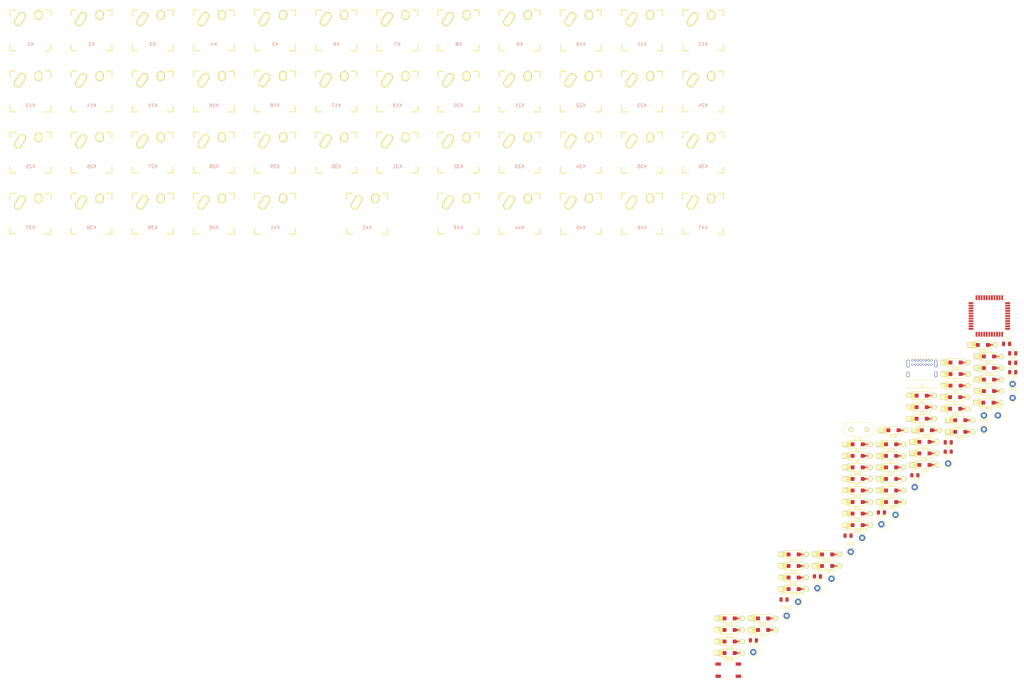
<source format=kicad_pcb>
(kicad_pcb (version 20171130) (host pcbnew "(5.1.0)-1")
  (layers (0 F.Cu signal) (31 B.Cu signal) (34 B.Paste user) (35 F.Paste user) (36 B.SilkS user) (37 F.SilkS user) (38 B.Mask user) (39 F.Mask user) (44 Edge.Cuts user))
  (net 0 "")
  (net 1 "Net-(C1-Pad1)")
  (net 2 "Net-(C2-Pad1)")
  (net 3 VCC)
  (net 4 "Net-(C8-Pad2)")
  (net 5 "Net-(D1-Pad2)")
  (net 6 /row0)
  (net 7 "Net-(D2-Pad2)")
  (net 8 "Net-(D3-Pad2)")
  (net 9 "Net-(D4-Pad2)")
  (net 10 "Net-(D5-Pad2)")
  (net 11 "Net-(D6-Pad2)")
  (net 12 "Net-(D7-Pad2)")
  (net 13 "Net-(D8-Pad2)")
  (net 14 "Net-(D9-Pad2)")
  (net 15 "Net-(D10-Pad2)")
  (net 16 "Net-(D11-Pad2)")
  (net 17 "Net-(D12-Pad2)")
  (net 18 "Net-(D13-Pad2)")
  (net 19 /row1)
  (net 20 "Net-(D14-Pad2)")
  (net 21 "Net-(D15-Pad2)")
  (net 22 "Net-(D16-Pad2)")
  (net 23 "Net-(D17-Pad2)")
  (net 24 "Net-(D18-Pad2)")
  (net 25 "Net-(D19-Pad2)")
  (net 26 "Net-(D20-Pad2)")
  (net 27 "Net-(D21-Pad2)")
  (net 28 "Net-(D22-Pad2)")
  (net 29 "Net-(D23-Pad2)")
  (net 30 "Net-(D24-Pad2)")
  (net 31 "Net-(D25-Pad2)")
  (net 32 /row2)
  (net 33 "Net-(D26-Pad2)")
  (net 34 "Net-(D27-Pad2)")
  (net 35 "Net-(D28-Pad2)")
  (net 36 "Net-(D29-Pad2)")
  (net 37 "Net-(D30-Pad2)")
  (net 38 "Net-(D31-Pad2)")
  (net 39 "Net-(D32-Pad2)")
  (net 40 "Net-(D33-Pad2)")
  (net 41 "Net-(D34-Pad2)")
  (net 42 "Net-(D35-Pad2)")
  (net 43 "Net-(D36-Pad2)")
  (net 44 "Net-(D37-Pad2)")
  (net 45 /row3)
  (net 46 "Net-(D38-Pad2)")
  (net 47 "Net-(D39-Pad2)")
  (net 48 "Net-(D40-Pad2)")
  (net 49 "Net-(D41-Pad2)")
  (net 50 "Net-(D42-Pad2)")
  (net 51 "Net-(D43-Pad2)")
  (net 52 "Net-(D44-Pad2)")
  (net 53 "Net-(D45-Pad2)")
  (net 54 "Net-(D46-Pad2)")
  (net 55 "Net-(D47-Pad2)")
  (net 56 "Net-(J1-PadB5)")
  (net 57 "Net-(J1-PadA6)")
  (net 58 "Net-(J1-PadA7)")
  (net 59 "Net-(J1-PadB8)")
  (net 60 "Net-(J1-PadA8)")
  (net 61 "Net-(J1-PadA5)")
  (net 62 /col0)
  (net 63 /col1)
  (net 64 /col2)
  (net 65 /col3)
  (net 66 /col4)
  (net 67 /col5)
  (net 68 /col6)
  (net 69 /col7)
  (net 70 /col8)
  (net 71 /col9)
  (net 72 /col10)
  (net 73 /col11)
  (net 74 "Net-(R1-Pad1)")
  (net 75 "Net-(R2-Pad2)")
  (net 76 "Net-(R3-Pad1)")
  (net 77 "Net-(R4-Pad1)")
  (net 78 "Net-(U1-Pad1)")
  (net 79 "Net-(U1-Pad8)")
  (net 80 "Net-(U1-Pad9)")
  (net 81 "Net-(U1-Pad10)")
  (net 82 "Net-(U1-Pad11)")
  (net 83 "Net-(U1-Pad12)")
  (net 84 "Net-(U1-Pad22)")
  (net 85 "Net-(U1-Pad36)")
  (net 86 "Net-(U1-Pad37)")
  (net 87 "Net-(U1-Pad42)")
  (net 88 GND)
  (module Capacitor_SMD:C_0805_2012Metric (layer F.Cu) (at 335.705001 158.329001)
    (fp_text reference C1 (at 0 -1.65) (layer F.SilkS))
    (fp_text value 22pF)
    (pad 2 smd roundrect (at 0.9375 0) (size 0.975 1.4) (layers F.Cu F.Paste F.Mask) (net 88 GND))
    (pad 1 smd roundrect (at -0.9375 0) (size 0.975 1.4) (layers F.Cu F.Paste F.Mask) (net 1 "Net-(C1-Pad1)"))
  )
  (module Capacitor_SMD:C_0805_2012Metric (layer F.Cu) (at 254.935001 247.829001)
    (fp_text reference C2 (at 0 -1.65) (layer F.SilkS))
    (fp_text value 22pF)
    (pad 1 smd roundrect (at -0.9375 0) (size 0.975 1.4) (layers F.Cu F.Paste F.Mask) (net 2 "Net-(C2-Pad1)"))
    (pad 2 smd roundrect (at 0.9375 0) (size 0.975 1.4) (layers F.Cu F.Paste F.Mask) (net 88 GND))
  )
  (module Capacitor_SMD:C_0805_2012Metric (layer F.Cu) (at 315.615001 186.069001)
    (fp_text reference C3 (at 0 -1.65) (layer F.SilkS))
    (fp_text value 0.1uF)
    (pad 2 smd roundrect (at 0.9375 0) (size 0.975 1.4) (layers F.Cu F.Paste F.Mask) (net 88 GND))
    (pad 1 smd roundrect (at -0.9375 0) (size 0.975 1.4) (layers F.Cu F.Paste F.Mask) (net 3 VCC))
  )
  (module Capacitor_SMD:C_0805_2012Metric (layer F.Cu) (at 274.875001 227.889001)
    (fp_text reference C4 (at 0 -1.65) (layer F.SilkS))
    (fp_text value 0.1uF)
    (pad 1 smd roundrect (at -0.9375 0) (size 0.975 1.4) (layers F.Cu F.Paste F.Mask) (net 3 VCC))
    (pad 2 smd roundrect (at 0.9375 0) (size 0.975 1.4) (layers F.Cu F.Paste F.Mask) (net 88 GND))
  )
  (module Capacitor_SMD:C_0805_2012Metric (layer F.Cu) (at 333.805001 155.379001)
    (fp_text reference C5 (at 0 -1.65) (layer F.SilkS))
    (fp_text value 0.1uF)
    (pad 2 smd roundrect (at 0.9375 0) (size 0.975 1.4) (layers F.Cu F.Paste F.Mask) (net 88 GND))
    (pad 1 smd roundrect (at -0.9375 0) (size 0.975 1.4) (layers F.Cu F.Paste F.Mask) (net 3 VCC))
  )
  (module Capacitor_SMD:C_0805_2012Metric (layer F.Cu) (at 315.615001 189.019001)
    (fp_text reference C6 (at 0 -1.65) (layer F.SilkS))
    (fp_text value 0.1uF)
    (pad 1 smd roundrect (at -0.9375 0) (size 0.975 1.4) (layers F.Cu F.Paste F.Mask) (net 3 VCC))
    (pad 2 smd roundrect (at 0.9375 0) (size 0.975 1.4) (layers F.Cu F.Paste F.Mask) (net 88 GND))
  )
  (module Capacitor_SMD:C_0805_2012Metric (layer F.Cu) (at 305.215001 196.389001)
    (fp_text reference C7 (at 0 -1.65) (layer F.SilkS))
    (fp_text value 0.1uF)
    (pad 2 smd roundrect (at 0.9375 0) (size 0.975 1.4) (layers F.Cu F.Paste F.Mask) (net 88 GND))
    (pad 1 smd roundrect (at -0.9375 0) (size 0.975 1.4) (layers F.Cu F.Paste F.Mask) (net 3 VCC))
  )
  (module Capacitor_SMD:C_0805_2012Metric (layer F.Cu) (at 294.815001 207.959001)
    (fp_text reference C8 (at 0 -1.65) (layer F.SilkS))
    (fp_text value 1uF)
    (pad 1 smd roundrect (at -0.9375 0) (size 0.975 1.4) (layers F.Cu F.Paste F.Mask) (net 88 GND))
    (pad 2 smd roundrect (at 0.9375 0) (size 0.975 1.4) (layers F.Cu F.Paste F.Mask) (net 4 "Net-(C8-Pad2)"))
  )
  (module keyboard_parts:D_SOD123_axial (layer F.Cu) (at 287.41 190.284001)
    (fp_text reference D1 (at 0 1.925) (layer F.SilkS) (effects (font (size 0.8 0.8))))
    (fp_text value D hide)
    (pad 2 smd rect (at 1.575 0) (size 1.2 1.2) (layers F.Cu F.Paste F.Mask) (net 5 "Net-(D1-Pad2)"))
    (pad 1 smd rect (at -1.575 0) (size 1.2 1.2) (layers F.Cu F.Paste F.Mask) (net 6 /row0))
    (pad 1 thru_hole rect (at -3.9 0) (size 1.6 1.6) (drill 0.7) (layers *.Cu *.Mask F.SilkS) (net 6 /row0))
    (pad 2 thru_hole circle (at 3.9 0) (size 1.6 1.6) (drill 0.7) (layers *.Cu *.Mask F.SilkS) (net 5 "Net-(D1-Pad2)"))
    (pad 1 smd rect (at -2.7 0) (size 2.5 0.5) (layers F.Cu) (net 6 /row0))
    (pad 2 smd rect (at 2.7 0) (size 2.5 0.5) (layers F.Cu) (net 5 "Net-(D1-Pad2)"))
  )
  (module keyboard_parts:D_SOD123_axial (layer F.Cu) (at 297.81 190.284001)
    (fp_text reference D2 (at 0 1.925) (layer F.SilkS) (effects (font (size 0.8 0.8))))
    (fp_text value D hide)
    (pad 2 smd rect (at 2.7 0) (size 2.5 0.5) (layers F.Cu) (net 7 "Net-(D2-Pad2)"))
    (pad 1 smd rect (at -2.7 0) (size 2.5 0.5) (layers F.Cu) (net 6 /row0))
    (pad 2 thru_hole circle (at 3.9 0) (size 1.6 1.6) (drill 0.7) (layers *.Cu *.Mask F.SilkS) (net 7 "Net-(D2-Pad2)"))
    (pad 1 thru_hole rect (at -3.9 0) (size 1.6 1.6) (drill 0.7) (layers *.Cu *.Mask F.SilkS) (net 6 /row0))
    (pad 1 smd rect (at -1.575 0) (size 1.2 1.2) (layers F.Cu F.Paste F.Mask) (net 6 /row0))
    (pad 2 smd rect (at 1.575 0) (size 1.2 1.2) (layers F.Cu F.Paste F.Mask) (net 7 "Net-(D2-Pad2)"))
  )
  (module keyboard_parts:D_SOD123_axial (layer F.Cu) (at 317.9 164.794001)
    (fp_text reference D3 (at 0 1.925) (layer F.SilkS) (effects (font (size 0.8 0.8))))
    (fp_text value D hide)
    (pad 2 smd rect (at 1.575 0) (size 1.2 1.2) (layers F.Cu F.Paste F.Mask) (net 8 "Net-(D3-Pad2)"))
    (pad 1 smd rect (at -1.575 0) (size 1.2 1.2) (layers F.Cu F.Paste F.Mask) (net 6 /row0))
    (pad 1 thru_hole rect (at -3.9 0) (size 1.6 1.6) (drill 0.7) (layers *.Cu *.Mask F.SilkS) (net 6 /row0))
    (pad 2 thru_hole circle (at 3.9 0) (size 1.6 1.6) (drill 0.7) (layers *.Cu *.Mask F.SilkS) (net 8 "Net-(D3-Pad2)"))
    (pad 1 smd rect (at -2.7 0) (size 2.5 0.5) (layers F.Cu) (net 6 /row0))
    (pad 2 smd rect (at 2.7 0) (size 2.5 0.5) (layers F.Cu) (net 8 "Net-(D3-Pad2)"))
  )
  (module keyboard_parts:D_SOD123_axial (layer F.Cu) (at 287.41 186.684001)
    (fp_text reference D4 (at 0 1.925) (layer F.SilkS) (effects (font (size 0.8 0.8))))
    (fp_text value D hide)
    (pad 2 smd rect (at 2.7 0) (size 2.5 0.5) (layers F.Cu) (net 9 "Net-(D4-Pad2)"))
    (pad 1 smd rect (at -2.7 0) (size 2.5 0.5) (layers F.Cu) (net 6 /row0))
    (pad 2 thru_hole circle (at 3.9 0) (size 1.6 1.6) (drill 0.7) (layers *.Cu *.Mask F.SilkS) (net 9 "Net-(D4-Pad2)"))
    (pad 1 thru_hole rect (at -3.9 0) (size 1.6 1.6) (drill 0.7) (layers *.Cu *.Mask F.SilkS) (net 6 /row0))
    (pad 1 smd rect (at -1.575 0) (size 1.2 1.2) (layers F.Cu F.Paste F.Mask) (net 6 /row0))
    (pad 2 smd rect (at 1.575 0) (size 1.2 1.2) (layers F.Cu F.Paste F.Mask) (net 9 "Net-(D4-Pad2)"))
  )
  (module keyboard_parts:D_SOD123_axial (layer F.Cu) (at 307.35 178.714001)
    (fp_text reference D5 (at 0 1.925) (layer F.SilkS) (effects (font (size 0.8 0.8))))
    (fp_text value D hide)
    (pad 2 smd rect (at 2.7 0) (size 2.5 0.5) (layers F.Cu) (net 10 "Net-(D5-Pad2)"))
    (pad 1 smd rect (at -2.7 0) (size 2.5 0.5) (layers F.Cu) (net 6 /row0))
    (pad 2 thru_hole circle (at 3.9 0) (size 1.6 1.6) (drill 0.7) (layers *.Cu *.Mask F.SilkS) (net 10 "Net-(D5-Pad2)"))
    (pad 1 thru_hole rect (at -3.9 0) (size 1.6 1.6) (drill 0.7) (layers *.Cu *.Mask F.SilkS) (net 6 /row0))
    (pad 1 smd rect (at -1.575 0) (size 1.2 1.2) (layers F.Cu F.Paste F.Mask) (net 6 /row0))
    (pad 2 smd rect (at 1.575 0) (size 1.2 1.2) (layers F.Cu F.Paste F.Mask) (net 10 "Net-(D5-Pad2)"))
  )
  (module keyboard_parts:D_SOD123_axial (layer F.Cu) (at 307.35 171.514001)
    (fp_text reference D6 (at 0 1.925) (layer F.SilkS) (effects (font (size 0.8 0.8))))
    (fp_text value D hide)
    (pad 2 smd rect (at 1.575 0) (size 1.2 1.2) (layers F.Cu F.Paste F.Mask) (net 11 "Net-(D6-Pad2)"))
    (pad 1 smd rect (at -1.575 0) (size 1.2 1.2) (layers F.Cu F.Paste F.Mask) (net 6 /row0))
    (pad 1 thru_hole rect (at -3.9 0) (size 1.6 1.6) (drill 0.7) (layers *.Cu *.Mask F.SilkS) (net 6 /row0))
    (pad 2 thru_hole circle (at 3.9 0) (size 1.6 1.6) (drill 0.7) (layers *.Cu *.Mask F.SilkS) (net 11 "Net-(D6-Pad2)"))
    (pad 1 smd rect (at -2.7 0) (size 2.5 0.5) (layers F.Cu) (net 6 /row0))
    (pad 2 smd rect (at 2.7 0) (size 2.5 0.5) (layers F.Cu) (net 11 "Net-(D6-Pad2)"))
  )
  (module keyboard_parts:D_SOD123_axial (layer F.Cu) (at 317.9 168.394001)
    (fp_text reference D7 (at 0 1.925) (layer F.SilkS) (effects (font (size 0.8 0.8))))
    (fp_text value D hide)
    (pad 2 smd rect (at 1.575 0) (size 1.2 1.2) (layers F.Cu F.Paste F.Mask) (net 12 "Net-(D7-Pad2)"))
    (pad 1 smd rect (at -1.575 0) (size 1.2 1.2) (layers F.Cu F.Paste F.Mask) (net 6 /row0))
    (pad 1 thru_hole rect (at -3.9 0) (size 1.6 1.6) (drill 0.7) (layers *.Cu *.Mask F.SilkS) (net 6 /row0))
    (pad 2 thru_hole circle (at 3.9 0) (size 1.6 1.6) (drill 0.7) (layers *.Cu *.Mask F.SilkS) (net 12 "Net-(D7-Pad2)"))
    (pad 1 smd rect (at -2.7 0) (size 2.5 0.5) (layers F.Cu) (net 6 /row0))
    (pad 2 smd rect (at 2.7 0) (size 2.5 0.5) (layers F.Cu) (net 12 "Net-(D7-Pad2)"))
  )
  (module keyboard_parts:D_SOD123_axial (layer F.Cu) (at 307.35 175.114001)
    (fp_text reference D8 (at 0 1.925) (layer F.SilkS) (effects (font (size 0.8 0.8))))
    (fp_text value D hide)
    (pad 2 smd rect (at 1.575 0) (size 1.2 1.2) (layers F.Cu F.Paste F.Mask) (net 13 "Net-(D8-Pad2)"))
    (pad 1 smd rect (at -1.575 0) (size 1.2 1.2) (layers F.Cu F.Paste F.Mask) (net 6 /row0))
    (pad 1 thru_hole rect (at -3.9 0) (size 1.6 1.6) (drill 0.7) (layers *.Cu *.Mask F.SilkS) (net 6 /row0))
    (pad 2 thru_hole circle (at 3.9 0) (size 1.6 1.6) (drill 0.7) (layers *.Cu *.Mask F.SilkS) (net 13 "Net-(D8-Pad2)"))
    (pad 1 smd rect (at -2.7 0) (size 2.5 0.5) (layers F.Cu) (net 6 /row0))
    (pad 2 smd rect (at 2.7 0) (size 2.5 0.5) (layers F.Cu) (net 13 "Net-(D8-Pad2)"))
  )
  (module keyboard_parts:D_SOD123_axial (layer F.Cu) (at 287.41 208.284001)
    (fp_text reference D9 (at 0 1.925) (layer F.SilkS) (effects (font (size 0.8 0.8))))
    (fp_text value D hide)
    (pad 2 smd rect (at 1.575 0) (size 1.2 1.2) (layers F.Cu F.Paste F.Mask) (net 14 "Net-(D9-Pad2)"))
    (pad 1 smd rect (at -1.575 0) (size 1.2 1.2) (layers F.Cu F.Paste F.Mask) (net 6 /row0))
    (pad 1 thru_hole rect (at -3.9 0) (size 1.6 1.6) (drill 0.7) (layers *.Cu *.Mask F.SilkS) (net 6 /row0))
    (pad 2 thru_hole circle (at 3.9 0) (size 1.6 1.6) (drill 0.7) (layers *.Cu *.Mask F.SilkS) (net 14 "Net-(D9-Pad2)"))
    (pad 1 smd rect (at -2.7 0) (size 2.5 0.5) (layers F.Cu) (net 6 /row0))
    (pad 2 smd rect (at 2.7 0) (size 2.5 0.5) (layers F.Cu) (net 14 "Net-(D9-Pad2)"))
  )
  (module keyboard_parts:D_SOD123_axial (layer F.Cu) (at 267.47 228.214001)
    (fp_text reference D10 (at 0 1.925) (layer F.SilkS) (effects (font (size 0.8 0.8))))
    (fp_text value D hide)
    (pad 2 smd rect (at 2.7 0) (size 2.5 0.5) (layers F.Cu) (net 15 "Net-(D10-Pad2)"))
    (pad 1 smd rect (at -2.7 0) (size 2.5 0.5) (layers F.Cu) (net 6 /row0))
    (pad 2 thru_hole circle (at 3.9 0) (size 1.6 1.6) (drill 0.7) (layers *.Cu *.Mask F.SilkS) (net 15 "Net-(D10-Pad2)"))
    (pad 1 thru_hole rect (at -3.9 0) (size 1.6 1.6) (drill 0.7) (layers *.Cu *.Mask F.SilkS) (net 6 /row0))
    (pad 1 smd rect (at -1.575 0) (size 1.2 1.2) (layers F.Cu F.Paste F.Mask) (net 6 /row0))
    (pad 2 smd rect (at 1.575 0) (size 1.2 1.2) (layers F.Cu F.Paste F.Mask) (net 15 "Net-(D10-Pad2)"))
  )
  (module keyboard_parts:D_SOD123_axial (layer F.Cu) (at 319.36 179.194001)
    (fp_text reference D11 (at 0 1.925) (layer F.SilkS) (effects (font (size 0.8 0.8))))
    (fp_text value D hide)
    (pad 2 smd rect (at 1.575 0) (size 1.2 1.2) (layers F.Cu F.Paste F.Mask) (net 16 "Net-(D11-Pad2)"))
    (pad 1 smd rect (at -1.575 0) (size 1.2 1.2) (layers F.Cu F.Paste F.Mask) (net 6 /row0))
    (pad 1 thru_hole rect (at -3.9 0) (size 1.6 1.6) (drill 0.7) (layers *.Cu *.Mask F.SilkS) (net 6 /row0))
    (pad 2 thru_hole circle (at 3.9 0) (size 1.6 1.6) (drill 0.7) (layers *.Cu *.Mask F.SilkS) (net 16 "Net-(D11-Pad2)"))
    (pad 1 smd rect (at -2.7 0) (size 2.5 0.5) (layers F.Cu) (net 6 /row0))
    (pad 2 smd rect (at 2.7 0) (size 2.5 0.5) (layers F.Cu) (net 16 "Net-(D11-Pad2)"))
  )
  (module keyboard_parts:D_SOD123_axial (layer F.Cu) (at 328.15 173.704001)
    (fp_text reference D12 (at 0 1.925) (layer F.SilkS) (effects (font (size 0.8 0.8))))
    (fp_text value D hide)
    (pad 2 smd rect (at 2.7 0) (size 2.5 0.5) (layers F.Cu) (net 17 "Net-(D12-Pad2)"))
    (pad 1 smd rect (at -2.7 0) (size 2.5 0.5) (layers F.Cu) (net 6 /row0))
    (pad 2 thru_hole circle (at 3.9 0) (size 1.6 1.6) (drill 0.7) (layers *.Cu *.Mask F.SilkS) (net 17 "Net-(D12-Pad2)"))
    (pad 1 thru_hole rect (at -3.9 0) (size 1.6 1.6) (drill 0.7) (layers *.Cu *.Mask F.SilkS) (net 6 /row0))
    (pad 1 smd rect (at -1.575 0) (size 1.2 1.2) (layers F.Cu F.Paste F.Mask) (net 6 /row0))
    (pad 2 smd rect (at 1.575 0) (size 1.2 1.2) (layers F.Cu F.Paste F.Mask) (net 17 "Net-(D12-Pad2)"))
  )
  (module keyboard_parts:D_SOD123_axial (layer F.Cu) (at 257.93 244.554001)
    (fp_text reference D13 (at 0 1.925) (layer F.SilkS) (effects (font (size 0.8 0.8))))
    (fp_text value D hide)
    (pad 2 smd rect (at 2.7 0) (size 2.5 0.5) (layers F.Cu) (net 18 "Net-(D13-Pad2)"))
    (pad 1 smd rect (at -2.7 0) (size 2.5 0.5) (layers F.Cu) (net 19 /row1))
    (pad 2 thru_hole circle (at 3.9 0) (size 1.6 1.6) (drill 0.7) (layers *.Cu *.Mask F.SilkS) (net 18 "Net-(D13-Pad2)"))
    (pad 1 thru_hole rect (at -3.9 0) (size 1.6 1.6) (drill 0.7) (layers *.Cu *.Mask F.SilkS) (net 19 /row1))
    (pad 1 smd rect (at -1.575 0) (size 1.2 1.2) (layers F.Cu F.Paste F.Mask) (net 19 /row1))
    (pad 2 smd rect (at 1.575 0) (size 1.2 1.2) (layers F.Cu F.Paste F.Mask) (net 18 "Net-(D13-Pad2)"))
  )
  (module keyboard_parts:D_SOD123_axial (layer F.Cu) (at 277.87 224.614001)
    (fp_text reference D14 (at 0 1.925) (layer F.SilkS) (effects (font (size 0.8 0.8))))
    (fp_text value D hide)
    (pad 2 smd rect (at 1.575 0) (size 1.2 1.2) (layers F.Cu F.Paste F.Mask) (net 20 "Net-(D14-Pad2)"))
    (pad 1 smd rect (at -1.575 0) (size 1.2 1.2) (layers F.Cu F.Paste F.Mask) (net 19 /row1))
    (pad 1 thru_hole rect (at -3.9 0) (size 1.6 1.6) (drill 0.7) (layers *.Cu *.Mask F.SilkS) (net 19 /row1))
    (pad 2 thru_hole circle (at 3.9 0) (size 1.6 1.6) (drill 0.7) (layers *.Cu *.Mask F.SilkS) (net 20 "Net-(D14-Pad2)"))
    (pad 1 smd rect (at -2.7 0) (size 2.5 0.5) (layers F.Cu) (net 19 /row1))
    (pad 2 smd rect (at 2.7 0) (size 2.5 0.5) (layers F.Cu) (net 20 "Net-(D14-Pad2)"))
  )
  (module keyboard_parts:D_SOD123_axial (layer F.Cu) (at 297.81 204.684001)
    (fp_text reference D15 (at 0 1.925) (layer F.SilkS) (effects (font (size 0.8 0.8))))
    (fp_text value D hide)
    (pad 2 smd rect (at 1.575 0) (size 1.2 1.2) (layers F.Cu F.Paste F.Mask) (net 21 "Net-(D15-Pad2)"))
    (pad 1 smd rect (at -1.575 0) (size 1.2 1.2) (layers F.Cu F.Paste F.Mask) (net 19 /row1))
    (pad 1 thru_hole rect (at -3.9 0) (size 1.6 1.6) (drill 0.7) (layers *.Cu *.Mask F.SilkS) (net 19 /row1))
    (pad 2 thru_hole circle (at 3.9 0) (size 1.6 1.6) (drill 0.7) (layers *.Cu *.Mask F.SilkS) (net 21 "Net-(D15-Pad2)"))
    (pad 1 smd rect (at -2.7 0) (size 2.5 0.5) (layers F.Cu) (net 19 /row1))
    (pad 2 smd rect (at 2.7 0) (size 2.5 0.5) (layers F.Cu) (net 21 "Net-(D15-Pad2)"))
  )
  (module keyboard_parts:D_SOD123_axial (layer F.Cu) (at 247.53 251.754001)
    (fp_text reference D16 (at 0 1.925) (layer F.SilkS) (effects (font (size 0.8 0.8))))
    (fp_text value D hide)
    (pad 2 smd rect (at 1.575 0) (size 1.2 1.2) (layers F.Cu F.Paste F.Mask) (net 22 "Net-(D16-Pad2)"))
    (pad 1 smd rect (at -1.575 0) (size 1.2 1.2) (layers F.Cu F.Paste F.Mask) (net 19 /row1))
    (pad 1 thru_hole rect (at -3.9 0) (size 1.6 1.6) (drill 0.7) (layers *.Cu *.Mask F.SilkS) (net 19 /row1))
    (pad 2 thru_hole circle (at 3.9 0) (size 1.6 1.6) (drill 0.7) (layers *.Cu *.Mask F.SilkS) (net 22 "Net-(D16-Pad2)"))
    (pad 1 smd rect (at -2.7 0) (size 2.5 0.5) (layers F.Cu) (net 19 /row1))
    (pad 2 smd rect (at 2.7 0) (size 2.5 0.5) (layers F.Cu) (net 22 "Net-(D16-Pad2)"))
  )
  (module keyboard_parts:D_SOD123_axial (layer F.Cu) (at 267.47 231.814001)
    (fp_text reference D17 (at 0 1.925) (layer F.SilkS) (effects (font (size 0.8 0.8))))
    (fp_text value D hide)
    (pad 2 smd rect (at 1.575 0) (size 1.2 1.2) (layers F.Cu F.Paste F.Mask) (net 23 "Net-(D17-Pad2)"))
    (pad 1 smd rect (at -1.575 0) (size 1.2 1.2) (layers F.Cu F.Paste F.Mask) (net 19 /row1))
    (pad 1 thru_hole rect (at -3.9 0) (size 1.6 1.6) (drill 0.7) (layers *.Cu *.Mask F.SilkS) (net 19 /row1))
    (pad 2 thru_hole circle (at 3.9 0) (size 1.6 1.6) (drill 0.7) (layers *.Cu *.Mask F.SilkS) (net 23 "Net-(D17-Pad2)"))
    (pad 1 smd rect (at -2.7 0) (size 2.5 0.5) (layers F.Cu) (net 19 /row1))
    (pad 2 smd rect (at 2.7 0) (size 2.5 0.5) (layers F.Cu) (net 23 "Net-(D17-Pad2)"))
  )
  (module keyboard_parts:D_SOD123_axial (layer F.Cu) (at 287.41 211.884001)
    (fp_text reference D18 (at 0 1.925) (layer F.SilkS) (effects (font (size 0.8 0.8))))
    (fp_text value D hide)
    (pad 2 smd rect (at 2.7 0) (size 2.5 0.5) (layers F.Cu) (net 24 "Net-(D18-Pad2)"))
    (pad 1 smd rect (at -2.7 0) (size 2.5 0.5) (layers F.Cu) (net 19 /row1))
    (pad 2 thru_hole circle (at 3.9 0) (size 1.6 1.6) (drill 0.7) (layers *.Cu *.Mask F.SilkS) (net 24 "Net-(D18-Pad2)"))
    (pad 1 thru_hole rect (at -3.9 0) (size 1.6 1.6) (drill 0.7) (layers *.Cu *.Mask F.SilkS) (net 19 /row1))
    (pad 1 smd rect (at -1.575 0) (size 1.2 1.2) (layers F.Cu F.Paste F.Mask) (net 19 /row1))
    (pad 2 smd rect (at 1.575 0) (size 1.2 1.2) (layers F.Cu F.Paste F.Mask) (net 24 "Net-(D18-Pad2)"))
  )
  (module keyboard_parts:D_SOD123_axial (layer F.Cu) (at 308.21 193.114001)
    (fp_text reference D19 (at 0 1.925) (layer F.SilkS) (effects (font (size 0.8 0.8))))
    (fp_text value D hide)
    (pad 2 smd rect (at 1.575 0) (size 1.2 1.2) (layers F.Cu F.Paste F.Mask) (net 25 "Net-(D19-Pad2)"))
    (pad 1 smd rect (at -1.575 0) (size 1.2 1.2) (layers F.Cu F.Paste F.Mask) (net 19 /row1))
    (pad 1 thru_hole rect (at -3.9 0) (size 1.6 1.6) (drill 0.7) (layers *.Cu *.Mask F.SilkS) (net 19 /row1))
    (pad 2 thru_hole circle (at 3.9 0) (size 1.6 1.6) (drill 0.7) (layers *.Cu *.Mask F.SilkS) (net 25 "Net-(D19-Pad2)"))
    (pad 1 smd rect (at -2.7 0) (size 2.5 0.5) (layers F.Cu) (net 19 /row1))
    (pad 2 smd rect (at 2.7 0) (size 2.5 0.5) (layers F.Cu) (net 25 "Net-(D19-Pad2)"))
  )
  (module keyboard_parts:D_SOD123_axial (layer F.Cu) (at 297.81 201.084001)
    (fp_text reference D20 (at 0 1.925) (layer F.SilkS) (effects (font (size 0.8 0.8))))
    (fp_text value D hide)
    (pad 2 smd rect (at 2.7 0) (size 2.5 0.5) (layers F.Cu) (net 26 "Net-(D20-Pad2)"))
    (pad 1 smd rect (at -2.7 0) (size 2.5 0.5) (layers F.Cu) (net 19 /row1))
    (pad 2 thru_hole circle (at 3.9 0) (size 1.6 1.6) (drill 0.7) (layers *.Cu *.Mask F.SilkS) (net 26 "Net-(D20-Pad2)"))
    (pad 1 thru_hole rect (at -3.9 0) (size 1.6 1.6) (drill 0.7) (layers *.Cu *.Mask F.SilkS) (net 19 /row1))
    (pad 1 smd rect (at -1.575 0) (size 1.2 1.2) (layers F.Cu F.Paste F.Mask) (net 19 /row1))
    (pad 2 smd rect (at 1.575 0) (size 1.2 1.2) (layers F.Cu F.Paste F.Mask) (net 26 "Net-(D20-Pad2)"))
  )
  (module keyboard_parts:D_SOD123_axial (layer F.Cu) (at 277.87 221.014001)
    (fp_text reference D21 (at 0 1.925) (layer F.SilkS) (effects (font (size 0.8 0.8))))
    (fp_text value D hide)
    (pad 2 smd rect (at 2.7 0) (size 2.5 0.5) (layers F.Cu) (net 27 "Net-(D21-Pad2)"))
    (pad 1 smd rect (at -2.7 0) (size 2.5 0.5) (layers F.Cu) (net 19 /row1))
    (pad 2 thru_hole circle (at 3.9 0) (size 1.6 1.6) (drill 0.7) (layers *.Cu *.Mask F.SilkS) (net 27 "Net-(D21-Pad2)"))
    (pad 1 thru_hole rect (at -3.9 0) (size 1.6 1.6) (drill 0.7) (layers *.Cu *.Mask F.SilkS) (net 19 /row1))
    (pad 1 smd rect (at -1.575 0) (size 1.2 1.2) (layers F.Cu F.Paste F.Mask) (net 19 /row1))
    (pad 2 smd rect (at 1.575 0) (size 1.2 1.2) (layers F.Cu F.Paste F.Mask) (net 27 "Net-(D21-Pad2)"))
  )
  (module keyboard_parts:D_SOD123_axial (layer F.Cu) (at 257.93 240.954001)
    (fp_text reference D22 (at 0 1.925) (layer F.SilkS) (effects (font (size 0.8 0.8))))
    (fp_text value D hide)
    (pad 2 smd rect (at 1.575 0) (size 1.2 1.2) (layers F.Cu F.Paste F.Mask) (net 28 "Net-(D22-Pad2)"))
    (pad 1 smd rect (at -1.575 0) (size 1.2 1.2) (layers F.Cu F.Paste F.Mask) (net 19 /row1))
    (pad 1 thru_hole rect (at -3.9 0) (size 1.6 1.6) (drill 0.7) (layers *.Cu *.Mask F.SilkS) (net 19 /row1))
    (pad 2 thru_hole circle (at 3.9 0) (size 1.6 1.6) (drill 0.7) (layers *.Cu *.Mask F.SilkS) (net 28 "Net-(D22-Pad2)"))
    (pad 1 smd rect (at -2.7 0) (size 2.5 0.5) (layers F.Cu) (net 19 /row1))
    (pad 2 smd rect (at 2.7 0) (size 2.5 0.5) (layers F.Cu) (net 28 "Net-(D22-Pad2)"))
  )
  (module keyboard_parts:D_SOD123_axial (layer F.Cu) (at 328.3 170.104001)
    (fp_text reference D23 (at 0 1.925) (layer F.SilkS) (effects (font (size 0.8 0.8))))
    (fp_text value D hide)
    (pad 2 smd rect (at 2.7 0) (size 2.5 0.5) (layers F.Cu) (net 29 "Net-(D23-Pad2)"))
    (pad 1 smd rect (at -2.7 0) (size 2.5 0.5) (layers F.Cu) (net 19 /row1))
    (pad 2 thru_hole circle (at 3.9 0) (size 1.6 1.6) (drill 0.7) (layers *.Cu *.Mask F.SilkS) (net 29 "Net-(D23-Pad2)"))
    (pad 1 thru_hole rect (at -3.9 0) (size 1.6 1.6) (drill 0.7) (layers *.Cu *.Mask F.SilkS) (net 19 /row1))
    (pad 1 smd rect (at -1.575 0) (size 1.2 1.2) (layers F.Cu F.Paste F.Mask) (net 19 /row1))
    (pad 2 smd rect (at 1.575 0) (size 1.2 1.2) (layers F.Cu F.Paste F.Mask) (net 29 "Net-(D23-Pad2)"))
  )
  (module keyboard_parts:D_SOD123_axial (layer F.Cu) (at 308.21 189.514001)
    (fp_text reference D24 (at 0 1.925) (layer F.SilkS) (effects (font (size 0.8 0.8))))
    (fp_text value D hide)
    (pad 2 smd rect (at 2.7 0) (size 2.5 0.5) (layers F.Cu) (net 30 "Net-(D24-Pad2)"))
    (pad 1 smd rect (at -2.7 0) (size 2.5 0.5) (layers F.Cu) (net 19 /row1))
    (pad 2 thru_hole circle (at 3.9 0) (size 1.6 1.6) (drill 0.7) (layers *.Cu *.Mask F.SilkS) (net 30 "Net-(D24-Pad2)"))
    (pad 1 thru_hole rect (at -3.9 0) (size 1.6 1.6) (drill 0.7) (layers *.Cu *.Mask F.SilkS) (net 19 /row1))
    (pad 1 smd rect (at -1.575 0) (size 1.2 1.2) (layers F.Cu F.Paste F.Mask) (net 19 /row1))
    (pad 2 smd rect (at 1.575 0) (size 1.2 1.2) (layers F.Cu F.Paste F.Mask) (net 30 "Net-(D24-Pad2)"))
  )
  (module keyboard_parts:D_SOD123_axial (layer F.Cu) (at 319.36 182.794001)
    (fp_text reference D25 (at 0 1.925) (layer F.SilkS) (effects (font (size 0.8 0.8))))
    (fp_text value D hide)
    (pad 2 smd rect (at 2.7 0) (size 2.5 0.5) (layers F.Cu) (net 31 "Net-(D25-Pad2)"))
    (pad 1 smd rect (at -2.7 0) (size 2.5 0.5) (layers F.Cu) (net 32 /row2))
    (pad 2 thru_hole circle (at 3.9 0) (size 1.6 1.6) (drill 0.7) (layers *.Cu *.Mask F.SilkS) (net 31 "Net-(D25-Pad2)"))
    (pad 1 thru_hole rect (at -3.9 0) (size 1.6 1.6) (drill 0.7) (layers *.Cu *.Mask F.SilkS) (net 32 /row2))
    (pad 1 smd rect (at -1.575 0) (size 1.2 1.2) (layers F.Cu F.Paste F.Mask) (net 32 /row2))
    (pad 2 smd rect (at 1.575 0) (size 1.2 1.2) (layers F.Cu F.Paste F.Mask) (net 31 "Net-(D25-Pad2)"))
  )
  (module keyboard_parts:D_SOD123_axial (layer F.Cu) (at 317.9 161.194001)
    (fp_text reference D26 (at 0 1.925) (layer F.SilkS) (effects (font (size 0.8 0.8))))
    (fp_text value D hide)
    (pad 2 smd rect (at 1.575 0) (size 1.2 1.2) (layers F.Cu F.Paste F.Mask) (net 33 "Net-(D26-Pad2)"))
    (pad 1 smd rect (at -1.575 0) (size 1.2 1.2) (layers F.Cu F.Paste F.Mask) (net 32 /row2))
    (pad 1 thru_hole rect (at -3.9 0) (size 1.6 1.6) (drill 0.7) (layers *.Cu *.Mask F.SilkS) (net 32 /row2))
    (pad 2 thru_hole circle (at 3.9 0) (size 1.6 1.6) (drill 0.7) (layers *.Cu *.Mask F.SilkS) (net 33 "Net-(D26-Pad2)"))
    (pad 1 smd rect (at -2.7 0) (size 2.5 0.5) (layers F.Cu) (net 32 /row2))
    (pad 2 smd rect (at 2.7 0) (size 2.5 0.5) (layers F.Cu) (net 33 "Net-(D26-Pad2)"))
  )
  (module keyboard_parts:D_SOD123_axial (layer F.Cu) (at 287.41 197.484001)
    (fp_text reference D27 (at 0 1.925) (layer F.SilkS) (effects (font (size 0.8 0.8))))
    (fp_text value D hide)
    (pad 2 smd rect (at 1.575 0) (size 1.2 1.2) (layers F.Cu F.Paste F.Mask) (net 34 "Net-(D27-Pad2)"))
    (pad 1 smd rect (at -1.575 0) (size 1.2 1.2) (layers F.Cu F.Paste F.Mask) (net 32 /row2))
    (pad 1 thru_hole rect (at -3.9 0) (size 1.6 1.6) (drill 0.7) (layers *.Cu *.Mask F.SilkS) (net 32 /row2))
    (pad 2 thru_hole circle (at 3.9 0) (size 1.6 1.6) (drill 0.7) (layers *.Cu *.Mask F.SilkS) (net 34 "Net-(D27-Pad2)"))
    (pad 1 smd rect (at -2.7 0) (size 2.5 0.5) (layers F.Cu) (net 32 /row2))
    (pad 2 smd rect (at 2.7 0) (size 2.5 0.5) (layers F.Cu) (net 34 "Net-(D27-Pad2)"))
  )
  (module keyboard_parts:D_SOD123_axial (layer F.Cu) (at 326.4 155.704001)
    (fp_text reference D28 (at 0 1.925) (layer F.SilkS) (effects (font (size 0.8 0.8))))
    (fp_text value D hide)
    (pad 2 smd rect (at 1.575 0) (size 1.2 1.2) (layers F.Cu F.Paste F.Mask) (net 35 "Net-(D28-Pad2)"))
    (pad 1 smd rect (at -1.575 0) (size 1.2 1.2) (layers F.Cu F.Paste F.Mask) (net 32 /row2))
    (pad 1 thru_hole rect (at -3.9 0) (size 1.6 1.6) (drill 0.7) (layers *.Cu *.Mask F.SilkS) (net 32 /row2))
    (pad 2 thru_hole circle (at 3.9 0) (size 1.6 1.6) (drill 0.7) (layers *.Cu *.Mask F.SilkS) (net 35 "Net-(D28-Pad2)"))
    (pad 1 smd rect (at -2.7 0) (size 2.5 0.5) (layers F.Cu) (net 32 /row2))
    (pad 2 smd rect (at 2.7 0) (size 2.5 0.5) (layers F.Cu) (net 35 "Net-(D28-Pad2)"))
  )
  (module keyboard_parts:D_SOD123_axial (layer F.Cu) (at 247.53 240.954001)
    (fp_text reference D29 (at 0 1.925) (layer F.SilkS) (effects (font (size 0.8 0.8))))
    (fp_text value D hide)
    (pad 2 smd rect (at 2.7 0) (size 2.5 0.5) (layers F.Cu) (net 36 "Net-(D29-Pad2)"))
    (pad 1 smd rect (at -2.7 0) (size 2.5 0.5) (layers F.Cu) (net 32 /row2))
    (pad 2 thru_hole circle (at 3.9 0) (size 1.6 1.6) (drill 0.7) (layers *.Cu *.Mask F.SilkS) (net 36 "Net-(D29-Pad2)"))
    (pad 1 thru_hole rect (at -3.9 0) (size 1.6 1.6) (drill 0.7) (layers *.Cu *.Mask F.SilkS) (net 32 /row2))
    (pad 1 smd rect (at -1.575 0) (size 1.2 1.2) (layers F.Cu F.Paste F.Mask) (net 32 /row2))
    (pad 2 smd rect (at 1.575 0) (size 1.2 1.2) (layers F.Cu F.Paste F.Mask) (net 36 "Net-(D29-Pad2)"))
  )
  (module keyboard_parts:D_SOD123_axial (layer F.Cu) (at 267.47 221.014001)
    (fp_text reference D30 (at 0 1.925) (layer F.SilkS) (effects (font (size 0.8 0.8))))
    (fp_text value D hide)
    (pad 2 smd rect (at 1.575 0) (size 1.2 1.2) (layers F.Cu F.Paste F.Mask) (net 37 "Net-(D30-Pad2)"))
    (pad 1 smd rect (at -1.575 0) (size 1.2 1.2) (layers F.Cu F.Paste F.Mask) (net 32 /row2))
    (pad 1 thru_hole rect (at -3.9 0) (size 1.6 1.6) (drill 0.7) (layers *.Cu *.Mask F.SilkS) (net 32 /row2))
    (pad 2 thru_hole circle (at 3.9 0) (size 1.6 1.6) (drill 0.7) (layers *.Cu *.Mask F.SilkS) (net 37 "Net-(D30-Pad2)"))
    (pad 1 smd rect (at -2.7 0) (size 2.5 0.5) (layers F.Cu) (net 32 /row2))
    (pad 2 smd rect (at 2.7 0) (size 2.5 0.5) (layers F.Cu) (net 37 "Net-(D30-Pad2)"))
  )
  (module keyboard_parts:D_SOD123_axial (layer F.Cu) (at 328.3 159.304001)
    (fp_text reference D31 (at 0 1.925) (layer F.SilkS) (effects (font (size 0.8 0.8))))
    (fp_text value D hide)
    (pad 2 smd rect (at 1.575 0) (size 1.2 1.2) (layers F.Cu F.Paste F.Mask) (net 38 "Net-(D31-Pad2)"))
    (pad 1 smd rect (at -1.575 0) (size 1.2 1.2) (layers F.Cu F.Paste F.Mask) (net 32 /row2))
    (pad 1 thru_hole rect (at -3.9 0) (size 1.6 1.6) (drill 0.7) (layers *.Cu *.Mask F.SilkS) (net 32 /row2))
    (pad 2 thru_hole circle (at 3.9 0) (size 1.6 1.6) (drill 0.7) (layers *.Cu *.Mask F.SilkS) (net 38 "Net-(D31-Pad2)"))
    (pad 1 smd rect (at -2.7 0) (size 2.5 0.5) (layers F.Cu) (net 32 /row2))
    (pad 2 smd rect (at 2.7 0) (size 2.5 0.5) (layers F.Cu) (net 38 "Net-(D31-Pad2)"))
  )
  (module keyboard_parts:D_SOD123_axial (layer F.Cu) (at 287.41 201.084001)
    (fp_text reference D32 (at 0 1.925) (layer F.SilkS) (effects (font (size 0.8 0.8))))
    (fp_text value D hide)
    (pad 2 smd rect (at 2.7 0) (size 2.5 0.5) (layers F.Cu) (net 39 "Net-(D32-Pad2)"))
    (pad 1 smd rect (at -2.7 0) (size 2.5 0.5) (layers F.Cu) (net 32 /row2))
    (pad 2 thru_hole circle (at 3.9 0) (size 1.6 1.6) (drill 0.7) (layers *.Cu *.Mask F.SilkS) (net 39 "Net-(D32-Pad2)"))
    (pad 1 thru_hole rect (at -3.9 0) (size 1.6 1.6) (drill 0.7) (layers *.Cu *.Mask F.SilkS) (net 32 /row2))
    (pad 1 smd rect (at -1.575 0) (size 1.2 1.2) (layers F.Cu F.Paste F.Mask) (net 32 /row2))
    (pad 2 smd rect (at 1.575 0) (size 1.2 1.2) (layers F.Cu F.Paste F.Mask) (net 39 "Net-(D32-Pad2)"))
  )
  (module keyboard_parts:D_SOD123_axial (layer F.Cu) (at 328.3 162.904001)
    (fp_text reference D33 (at 0 1.925) (layer F.SilkS) (effects (font (size 0.8 0.8))))
    (fp_text value D hide)
    (pad 2 smd rect (at 2.7 0) (size 2.5 0.5) (layers F.Cu) (net 40 "Net-(D33-Pad2)"))
    (pad 1 smd rect (at -2.7 0) (size 2.5 0.5) (layers F.Cu) (net 32 /row2))
    (pad 2 thru_hole circle (at 3.9 0) (size 1.6 1.6) (drill 0.7) (layers *.Cu *.Mask F.SilkS) (net 40 "Net-(D33-Pad2)"))
    (pad 1 thru_hole rect (at -3.9 0) (size 1.6 1.6) (drill 0.7) (layers *.Cu *.Mask F.SilkS) (net 32 /row2))
    (pad 1 smd rect (at -1.575 0) (size 1.2 1.2) (layers F.Cu F.Paste F.Mask) (net 32 /row2))
    (pad 2 smd rect (at 1.575 0) (size 1.2 1.2) (layers F.Cu F.Paste F.Mask) (net 40 "Net-(D33-Pad2)"))
  )
  (module keyboard_parts:D_SOD123_axial (layer F.Cu) (at 287.41 204.684001)
    (fp_text reference D34 (at 0 1.925) (layer F.SilkS) (effects (font (size 0.8 0.8))))
    (fp_text value D hide)
    (pad 2 smd rect (at 2.7 0) (size 2.5 0.5) (layers F.Cu) (net 41 "Net-(D34-Pad2)"))
    (pad 1 smd rect (at -2.7 0) (size 2.5 0.5) (layers F.Cu) (net 32 /row2))
    (pad 2 thru_hole circle (at 3.9 0) (size 1.6 1.6) (drill 0.7) (layers *.Cu *.Mask F.SilkS) (net 41 "Net-(D34-Pad2)"))
    (pad 1 thru_hole rect (at -3.9 0) (size 1.6 1.6) (drill 0.7) (layers *.Cu *.Mask F.SilkS) (net 32 /row2))
    (pad 1 smd rect (at -1.575 0) (size 1.2 1.2) (layers F.Cu F.Paste F.Mask) (net 32 /row2))
    (pad 2 smd rect (at 1.575 0) (size 1.2 1.2) (layers F.Cu F.Paste F.Mask) (net 41 "Net-(D34-Pad2)"))
  )
  (module keyboard_parts:D_SOD123_axial (layer F.Cu) (at 267.47 224.614001)
    (fp_text reference D35 (at 0 1.925) (layer F.SilkS) (effects (font (size 0.8 0.8))))
    (fp_text value D hide)
    (pad 2 smd rect (at 1.575 0) (size 1.2 1.2) (layers F.Cu F.Paste F.Mask) (net 42 "Net-(D35-Pad2)"))
    (pad 1 smd rect (at -1.575 0) (size 1.2 1.2) (layers F.Cu F.Paste F.Mask) (net 32 /row2))
    (pad 1 thru_hole rect (at -3.9 0) (size 1.6 1.6) (drill 0.7) (layers *.Cu *.Mask F.SilkS) (net 32 /row2))
    (pad 2 thru_hole circle (at 3.9 0) (size 1.6 1.6) (drill 0.7) (layers *.Cu *.Mask F.SilkS) (net 42 "Net-(D35-Pad2)"))
    (pad 1 smd rect (at -2.7 0) (size 2.5 0.5) (layers F.Cu) (net 32 /row2))
    (pad 2 smd rect (at 2.7 0) (size 2.5 0.5) (layers F.Cu) (net 42 "Net-(D35-Pad2)"))
  )
  (module keyboard_parts:D_SOD123_axial (layer F.Cu) (at 287.41 193.884001)
    (fp_text reference D36 (at 0 1.925) (layer F.SilkS) (effects (font (size 0.8 0.8))))
    (fp_text value D hide)
    (pad 2 smd rect (at 2.7 0) (size 2.5 0.5) (layers F.Cu) (net 43 "Net-(D36-Pad2)"))
    (pad 1 smd rect (at -2.7 0) (size 2.5 0.5) (layers F.Cu) (net 32 /row2))
    (pad 2 thru_hole circle (at 3.9 0) (size 1.6 1.6) (drill 0.7) (layers *.Cu *.Mask F.SilkS) (net 43 "Net-(D36-Pad2)"))
    (pad 1 thru_hole rect (at -3.9 0) (size 1.6 1.6) (drill 0.7) (layers *.Cu *.Mask F.SilkS) (net 32 /row2))
    (pad 1 smd rect (at -1.575 0) (size 1.2 1.2) (layers F.Cu F.Paste F.Mask) (net 32 /row2))
    (pad 2 smd rect (at 1.575 0) (size 1.2 1.2) (layers F.Cu F.Paste F.Mask) (net 43 "Net-(D36-Pad2)"))
  )
  (module keyboard_parts:D_SOD123_axial (layer F.Cu) (at 297.81 193.884001)
    (fp_text reference D37 (at 0 1.925) (layer F.SilkS) (effects (font (size 0.8 0.8))))
    (fp_text value D hide)
    (pad 2 smd rect (at 2.7 0) (size 2.5 0.5) (layers F.Cu) (net 44 "Net-(D37-Pad2)"))
    (pad 1 smd rect (at -2.7 0) (size 2.5 0.5) (layers F.Cu) (net 45 /row3))
    (pad 2 thru_hole circle (at 3.9 0) (size 1.6 1.6) (drill 0.7) (layers *.Cu *.Mask F.SilkS) (net 44 "Net-(D37-Pad2)"))
    (pad 1 thru_hole rect (at -3.9 0) (size 1.6 1.6) (drill 0.7) (layers *.Cu *.Mask F.SilkS) (net 45 /row3))
    (pad 1 smd rect (at -1.575 0) (size 1.2 1.2) (layers F.Cu F.Paste F.Mask) (net 45 /row3))
    (pad 2 smd rect (at 1.575 0) (size 1.2 1.2) (layers F.Cu F.Paste F.Mask) (net 44 "Net-(D37-Pad2)"))
  )
  (module keyboard_parts:D_SOD123_axial (layer F.Cu) (at 298.56 182.314001)
    (fp_text reference D38 (at 0 1.925) (layer F.SilkS) (effects (font (size 0.8 0.8))))
    (fp_text value D hide)
    (pad 2 smd rect (at 1.575 0) (size 1.2 1.2) (layers F.Cu F.Paste F.Mask) (net 46 "Net-(D38-Pad2)"))
    (pad 1 smd rect (at -1.575 0) (size 1.2 1.2) (layers F.Cu F.Paste F.Mask) (net 45 /row3))
    (pad 1 thru_hole rect (at -3.9 0) (size 1.6 1.6) (drill 0.7) (layers *.Cu *.Mask F.SilkS) (net 45 /row3))
    (pad 2 thru_hole circle (at 3.9 0) (size 1.6 1.6) (drill 0.7) (layers *.Cu *.Mask F.SilkS) (net 46 "Net-(D38-Pad2)"))
    (pad 1 smd rect (at -2.7 0) (size 2.5 0.5) (layers F.Cu) (net 45 /row3))
    (pad 2 smd rect (at 2.7 0) (size 2.5 0.5) (layers F.Cu) (net 46 "Net-(D38-Pad2)"))
  )
  (module keyboard_parts:D_SOD123_axial (layer F.Cu) (at 308.96 182.314001)
    (fp_text reference D39 (at 0 1.925) (layer F.SilkS) (effects (font (size 0.8 0.8))))
    (fp_text value D hide)
    (pad 2 smd rect (at 2.7 0) (size 2.5 0.5) (layers F.Cu) (net 47 "Net-(D39-Pad2)"))
    (pad 1 smd rect (at -2.7 0) (size 2.5 0.5) (layers F.Cu) (net 45 /row3))
    (pad 2 thru_hole circle (at 3.9 0) (size 1.6 1.6) (drill 0.7) (layers *.Cu *.Mask F.SilkS) (net 47 "Net-(D39-Pad2)"))
    (pad 1 thru_hole rect (at -3.9 0) (size 1.6 1.6) (drill 0.7) (layers *.Cu *.Mask F.SilkS) (net 45 /row3))
    (pad 1 smd rect (at -1.575 0) (size 1.2 1.2) (layers F.Cu F.Paste F.Mask) (net 45 /row3))
    (pad 2 smd rect (at 1.575 0) (size 1.2 1.2) (layers F.Cu F.Paste F.Mask) (net 47 "Net-(D39-Pad2)"))
  )
  (module keyboard_parts:D_SOD123_axial (layer F.Cu) (at 297.81 186.684001)
    (fp_text reference D40 (at 0 1.925) (layer F.SilkS) (effects (font (size 0.8 0.8))))
    (fp_text value D hide)
    (pad 2 smd rect (at 1.575 0) (size 1.2 1.2) (layers F.Cu F.Paste F.Mask) (net 48 "Net-(D40-Pad2)"))
    (pad 1 smd rect (at -1.575 0) (size 1.2 1.2) (layers F.Cu F.Paste F.Mask) (net 45 /row3))
    (pad 1 thru_hole rect (at -3.9 0) (size 1.6 1.6) (drill 0.7) (layers *.Cu *.Mask F.SilkS) (net 45 /row3))
    (pad 2 thru_hole circle (at 3.9 0) (size 1.6 1.6) (drill 0.7) (layers *.Cu *.Mask F.SilkS) (net 48 "Net-(D40-Pad2)"))
    (pad 1 smd rect (at -2.7 0) (size 2.5 0.5) (layers F.Cu) (net 45 /row3))
    (pad 2 smd rect (at 2.7 0) (size 2.5 0.5) (layers F.Cu) (net 48 "Net-(D40-Pad2)"))
  )
  (module keyboard_parts:D_SOD123_axial (layer F.Cu) (at 317.75 171.994001)
    (fp_text reference D41 (at 0 1.925) (layer F.SilkS) (effects (font (size 0.8 0.8))))
    (fp_text value D hide)
    (pad 2 smd rect (at 2.7 0) (size 2.5 0.5) (layers F.Cu) (net 49 "Net-(D41-Pad2)"))
    (pad 1 smd rect (at -2.7 0) (size 2.5 0.5) (layers F.Cu) (net 45 /row3))
    (pad 2 thru_hole circle (at 3.9 0) (size 1.6 1.6) (drill 0.7) (layers *.Cu *.Mask F.SilkS) (net 49 "Net-(D41-Pad2)"))
    (pad 1 thru_hole rect (at -3.9 0) (size 1.6 1.6) (drill 0.7) (layers *.Cu *.Mask F.SilkS) (net 45 /row3))
    (pad 1 smd rect (at -1.575 0) (size 1.2 1.2) (layers F.Cu F.Paste F.Mask) (net 45 /row3))
    (pad 2 smd rect (at 1.575 0) (size 1.2 1.2) (layers F.Cu F.Paste F.Mask) (net 49 "Net-(D41-Pad2)"))
  )
  (module keyboard_parts:D_SOD123_axial (layer F.Cu) (at 328.3 166.504001)
    (fp_text reference D42 (at 0 1.925) (layer F.SilkS) (effects (font (size 0.8 0.8))))
    (fp_text value D hide)
    (pad 2 smd rect (at 2.7 0) (size 2.5 0.5) (layers F.Cu) (net 50 "Net-(D42-Pad2)"))
    (pad 1 smd rect (at -2.7 0) (size 2.5 0.5) (layers F.Cu) (net 45 /row3))
    (pad 2 thru_hole circle (at 3.9 0) (size 1.6 1.6) (drill 0.7) (layers *.Cu *.Mask F.SilkS) (net 50 "Net-(D42-Pad2)"))
    (pad 1 thru_hole rect (at -3.9 0) (size 1.6 1.6) (drill 0.7) (layers *.Cu *.Mask F.SilkS) (net 45 /row3))
    (pad 1 smd rect (at -1.575 0) (size 1.2 1.2) (layers F.Cu F.Paste F.Mask) (net 45 /row3))
    (pad 2 smd rect (at 1.575 0) (size 1.2 1.2) (layers F.Cu F.Paste F.Mask) (net 50 "Net-(D42-Pad2)"))
  )
  (module keyboard_parts:D_SOD123_axial (layer F.Cu) (at 317.75 175.594001)
    (fp_text reference D43 (at 0 1.925) (layer F.SilkS) (effects (font (size 0.8 0.8))))
    (fp_text value D hide)
    (pad 2 smd rect (at 2.7 0) (size 2.5 0.5) (layers F.Cu) (net 51 "Net-(D43-Pad2)"))
    (pad 1 smd rect (at -2.7 0) (size 2.5 0.5) (layers F.Cu) (net 45 /row3))
    (pad 2 thru_hole circle (at 3.9 0) (size 1.6 1.6) (drill 0.7) (layers *.Cu *.Mask F.SilkS) (net 51 "Net-(D43-Pad2)"))
    (pad 1 thru_hole rect (at -3.9 0) (size 1.6 1.6) (drill 0.7) (layers *.Cu *.Mask F.SilkS) (net 45 /row3))
    (pad 1 smd rect (at -1.575 0) (size 1.2 1.2) (layers F.Cu F.Paste F.Mask) (net 45 /row3))
    (pad 2 smd rect (at 1.575 0) (size 1.2 1.2) (layers F.Cu F.Paste F.Mask) (net 51 "Net-(D43-Pad2)"))
  )
  (module keyboard_parts:D_SOD123_axial (layer F.Cu) (at 308.21 185.914001)
    (fp_text reference D44 (at 0 1.925) (layer F.SilkS) (effects (font (size 0.8 0.8))))
    (fp_text value D hide)
    (pad 2 smd rect (at 1.575 0) (size 1.2 1.2) (layers F.Cu F.Paste F.Mask) (net 52 "Net-(D44-Pad2)"))
    (pad 1 smd rect (at -1.575 0) (size 1.2 1.2) (layers F.Cu F.Paste F.Mask) (net 45 /row3))
    (pad 1 thru_hole rect (at -3.9 0) (size 1.6 1.6) (drill 0.7) (layers *.Cu *.Mask F.SilkS) (net 45 /row3))
    (pad 2 thru_hole circle (at 3.9 0) (size 1.6 1.6) (drill 0.7) (layers *.Cu *.Mask F.SilkS) (net 52 "Net-(D44-Pad2)"))
    (pad 1 smd rect (at -2.7 0) (size 2.5 0.5) (layers F.Cu) (net 45 /row3))
    (pad 2 smd rect (at 2.7 0) (size 2.5 0.5) (layers F.Cu) (net 52 "Net-(D44-Pad2)"))
  )
  (module keyboard_parts:D_SOD123_axial (layer F.Cu) (at 297.81 197.484001)
    (fp_text reference D45 (at 0 1.925) (layer F.SilkS) (effects (font (size 0.8 0.8))))
    (fp_text value D hide)
    (pad 2 smd rect (at 1.575 0) (size 1.2 1.2) (layers F.Cu F.Paste F.Mask) (net 53 "Net-(D45-Pad2)"))
    (pad 1 smd rect (at -1.575 0) (size 1.2 1.2) (layers F.Cu F.Paste F.Mask) (net 45 /row3))
    (pad 1 thru_hole rect (at -3.9 0) (size 1.6 1.6) (drill 0.7) (layers *.Cu *.Mask F.SilkS) (net 45 /row3))
    (pad 2 thru_hole circle (at 3.9 0) (size 1.6 1.6) (drill 0.7) (layers *.Cu *.Mask F.SilkS) (net 53 "Net-(D45-Pad2)"))
    (pad 1 smd rect (at -2.7 0) (size 2.5 0.5) (layers F.Cu) (net 45 /row3))
    (pad 2 smd rect (at 2.7 0) (size 2.5 0.5) (layers F.Cu) (net 53 "Net-(D45-Pad2)"))
  )
  (module keyboard_parts:D_SOD123_axial (layer F.Cu) (at 247.53 248.154001)
    (fp_text reference D46 (at 0 1.925) (layer F.SilkS) (effects (font (size 0.8 0.8))))
    (fp_text value D hide)
    (pad 2 smd rect (at 2.7 0) (size 2.5 0.5) (layers F.Cu) (net 54 "Net-(D46-Pad2)"))
    (pad 1 smd rect (at -2.7 0) (size 2.5 0.5) (layers F.Cu) (net 45 /row3))
    (pad 2 thru_hole circle (at 3.9 0) (size 1.6 1.6) (drill 0.7) (layers *.Cu *.Mask F.SilkS) (net 54 "Net-(D46-Pad2)"))
    (pad 1 thru_hole rect (at -3.9 0) (size 1.6 1.6) (drill 0.7) (layers *.Cu *.Mask F.SilkS) (net 45 /row3))
    (pad 1 smd rect (at -1.575 0) (size 1.2 1.2) (layers F.Cu F.Paste F.Mask) (net 45 /row3))
    (pad 2 smd rect (at 1.575 0) (size 1.2 1.2) (layers F.Cu F.Paste F.Mask) (net 54 "Net-(D46-Pad2)"))
  )
  (module keyboard_parts:D_SOD123_axial (layer F.Cu) (at 247.53 244.554001)
    (fp_text reference D47 (at 0 1.925) (layer F.SilkS) (effects (font (size 0.8 0.8))))
    (fp_text value D hide)
    (pad 2 smd rect (at 1.575 0) (size 1.2 1.2) (layers F.Cu F.Paste F.Mask) (net 55 "Net-(D47-Pad2)"))
    (pad 1 smd rect (at -1.575 0) (size 1.2 1.2) (layers F.Cu F.Paste F.Mask) (net 45 /row3))
    (pad 1 thru_hole rect (at -3.9 0) (size 1.6 1.6) (drill 0.7) (layers *.Cu *.Mask F.SilkS) (net 45 /row3))
    (pad 2 thru_hole circle (at 3.9 0) (size 1.6 1.6) (drill 0.7) (layers *.Cu *.Mask F.SilkS) (net 55 "Net-(D47-Pad2)"))
    (pad 1 smd rect (at -2.7 0) (size 2.5 0.5) (layers F.Cu) (net 45 /row3))
    (pad 2 smd rect (at 2.7 0) (size 2.5 0.5) (layers F.Cu) (net 55 "Net-(D47-Pad2)"))
  )
  (module Type-C:USB_C_GCT_USB4085 (layer F.Cu) (at 307.425 166.629001)
    (fp_text reference J1 (at 0 1.85) (layer F.SilkS))
    (fp_text value USB_C_Receptacle_USB2.0)
    (pad S1 thru_hole oval (at 4.325 -1.74) (size 0.9 1.7) (drill oval 0.6 1.4) (layers *.Cu *.Mask) (net 88 GND))
    (pad S1 thru_hole oval (at -4.325 -1.74) (size 0.9 1.7) (drill oval 0.6 1.4) (layers *.Cu *.Mask) (net 88 GND))
    (pad S1 thru_hole oval (at 4.325 -5.12) (size 0.9 2.4) (drill oval 0.6 2.1) (layers *.Cu *.Mask) (net 88 GND))
    (pad S1 thru_hole oval (at -4.325 -5.12) (size 0.9 2.4) (drill oval 0.6 2.1) (layers *.Cu *.Mask) (net 88 GND))
    (pad B1 thru_hole circle (at 2.98 -4.775) (size 0.65 0.65) (drill 0.4) (layers *.Cu *.Mask) (net 88 GND))
    (pad B4 thru_hole circle (at 2.13 -4.775) (size 0.65 0.65) (drill 0.4) (layers *.Cu *.Mask) (net 3 VCC))
    (pad B5 thru_hole circle (at 1.28 -4.775) (size 0.65 0.65) (drill 0.4) (layers *.Cu *.Mask) (net 56 "Net-(J1-PadB5)"))
    (pad B6 thru_hole circle (at 0.43 -4.775) (size 0.65 0.65) (drill 0.4) (layers *.Cu *.Mask) (net 57 "Net-(J1-PadA6)"))
    (pad B7 thru_hole circle (at -0.42 -4.775) (size 0.65 0.65) (drill 0.4) (layers *.Cu *.Mask) (net 58 "Net-(J1-PadA7)"))
    (pad B8 thru_hole circle (at -1.27 -4.775) (size 0.65 0.65) (drill 0.4) (layers *.Cu *.Mask) (net 59 "Net-(J1-PadB8)"))
    (pad B9 thru_hole circle (at -2.12 -4.775) (size 0.65 0.65) (drill 0.4) (layers *.Cu *.Mask) (net 3 VCC))
    (pad B12 thru_hole circle (at -2.975 -4.775) (size 0.65 0.65) (drill 0.4) (layers *.Cu *.Mask) (net 88 GND))
    (pad A12 thru_hole circle (at 2.975 -6.1) (size 0.65 0.65) (drill 0.4) (layers *.Cu *.Mask) (net 88 GND))
    (pad A9 thru_hole circle (at 2.125 -6.1) (size 0.65 0.65) (drill 0.4) (layers *.Cu *.Mask) (net 3 VCC))
    (pad A8 thru_hole circle (at 1.275 -6.1) (size 0.65 0.65) (drill 0.4) (layers *.Cu *.Mask) (net 60 "Net-(J1-PadA8)"))
    (pad A7 thru_hole circle (at 0.425 -6.1) (size 0.65 0.65) (drill 0.4) (layers *.Cu *.Mask) (net 58 "Net-(J1-PadA7)"))
    (pad A6 thru_hole circle (at -0.425 -6.1) (size 0.65 0.65) (drill 0.4) (layers *.Cu *.Mask) (net 57 "Net-(J1-PadA6)"))
    (pad A4 thru_hole circle (at -2.125 -6.1) (size 0.65 0.65) (drill 0.4) (layers *.Cu *.Mask) (net 3 VCC))
    (pad A1 thru_hole circle (at -2.975 -6.1) (size 0.65 0.65) (drill 0.4) (layers *.Cu *.Mask) (net 88 GND))
    (pad A5 thru_hole circle (at -1.275 -6.1) (size 0.65 0.65) (drill 0.4) (layers *.Cu *.Mask) (net 61 "Net-(J1-PadA5)"))
  )
  (module keebs:Mx_Alps_100 (layer F.Cu) (at 29.718 57.658)
    (fp_text reference K1 (at 0 4.318) (layer B.SilkS) (effects (font (thickness 0.2)) (justify mirror)))
    (fp_text value KEYSW hide)
    (pad "" np_thru_hole circle (at 0 0) (size 3.9878 3.9878) (drill 3.9878) (layers *.Cu *.Mask))
    (pad "" np_thru_hole circle (at -5.08 0) (size 1.7018 1.7018) (drill 1.7018) (layers *.Cu *.Mask))
    (pad "" np_thru_hole circle (at 5.08 0) (size 1.7018 1.7018) (drill 1.7018) (layers *.Cu *.Mask))
    (pad 1 thru_hole oval (at -3.255 -3.52 327.5) (size 2.5 4.75) (drill oval 1.5 3.75) (layers *.Cu *.Mask F.SilkS) (net 62 /col0))
    (pad 2 thru_hole oval (at 2.52 -4.79 356.1) (size 2.5 3.08) (drill oval 1.5 2.08) (layers *.Cu *.Mask F.SilkS) (net 5 "Net-(D1-Pad2)"))
  )
  (module keebs:Mx_Alps_100 (layer F.Cu) (at 48.768 57.658)
    (fp_text reference K2 (at 0 4.318) (layer B.SilkS) (effects (font (thickness 0.2)) (justify mirror)))
    (fp_text value KEYSW hide)
    (pad 2 thru_hole oval (at 2.52 -4.79 356.1) (size 2.5 3.08) (drill oval 1.5 2.08) (layers *.Cu *.Mask F.SilkS) (net 7 "Net-(D2-Pad2)"))
    (pad 1 thru_hole oval (at -3.255 -3.52 327.5) (size 2.5 4.75) (drill oval 1.5 3.75) (layers *.Cu *.Mask F.SilkS) (net 63 /col1))
    (pad "" np_thru_hole circle (at 5.08 0) (size 1.7018 1.7018) (drill 1.7018) (layers *.Cu *.Mask))
    (pad "" np_thru_hole circle (at -5.08 0) (size 1.7018 1.7018) (drill 1.7018) (layers *.Cu *.Mask))
    (pad "" np_thru_hole circle (at 0 0) (size 3.9878 3.9878) (drill 3.9878) (layers *.Cu *.Mask))
  )
  (module keebs:Mx_Alps_100 (layer F.Cu) (at 67.818 57.658)
    (fp_text reference K3 (at 0 4.318) (layer B.SilkS) (effects (font (thickness 0.2)) (justify mirror)))
    (fp_text value KEYSW hide)
    (pad "" np_thru_hole circle (at 0 0) (size 3.9878 3.9878) (drill 3.9878) (layers *.Cu *.Mask))
    (pad "" np_thru_hole circle (at -5.08 0) (size 1.7018 1.7018) (drill 1.7018) (layers *.Cu *.Mask))
    (pad "" np_thru_hole circle (at 5.08 0) (size 1.7018 1.7018) (drill 1.7018) (layers *.Cu *.Mask))
    (pad 1 thru_hole oval (at -3.255 -3.52 327.5) (size 2.5 4.75) (drill oval 1.5 3.75) (layers *.Cu *.Mask F.SilkS) (net 64 /col2))
    (pad 2 thru_hole oval (at 2.52 -4.79 356.1) (size 2.5 3.08) (drill oval 1.5 2.08) (layers *.Cu *.Mask F.SilkS) (net 8 "Net-(D3-Pad2)"))
  )
  (module keebs:Mx_Alps_100 (layer F.Cu) (at 86.868 57.658)
    (fp_text reference K4 (at 0 4.318) (layer B.SilkS) (effects (font (thickness 0.2)) (justify mirror)))
    (fp_text value KEYSW hide)
    (pad 2 thru_hole oval (at 2.52 -4.79 356.1) (size 2.5 3.08) (drill oval 1.5 2.08) (layers *.Cu *.Mask F.SilkS) (net 9 "Net-(D4-Pad2)"))
    (pad 1 thru_hole oval (at -3.255 -3.52 327.5) (size 2.5 4.75) (drill oval 1.5 3.75) (layers *.Cu *.Mask F.SilkS) (net 65 /col3))
    (pad "" np_thru_hole circle (at 5.08 0) (size 1.7018 1.7018) (drill 1.7018) (layers *.Cu *.Mask))
    (pad "" np_thru_hole circle (at -5.08 0) (size 1.7018 1.7018) (drill 1.7018) (layers *.Cu *.Mask))
    (pad "" np_thru_hole circle (at 0 0) (size 3.9878 3.9878) (drill 3.9878) (layers *.Cu *.Mask))
  )
  (module keebs:Mx_Alps_100 (layer F.Cu) (at 105.918 57.658)
    (fp_text reference K5 (at 0 4.318) (layer B.SilkS) (effects (font (thickness 0.2)) (justify mirror)))
    (fp_text value KEYSW hide)
    (pad "" np_thru_hole circle (at 0 0) (size 3.9878 3.9878) (drill 3.9878) (layers *.Cu *.Mask))
    (pad "" np_thru_hole circle (at -5.08 0) (size 1.7018 1.7018) (drill 1.7018) (layers *.Cu *.Mask))
    (pad "" np_thru_hole circle (at 5.08 0) (size 1.7018 1.7018) (drill 1.7018) (layers *.Cu *.Mask))
    (pad 1 thru_hole oval (at -3.255 -3.52 327.5) (size 2.5 4.75) (drill oval 1.5 3.75) (layers *.Cu *.Mask F.SilkS) (net 66 /col4))
    (pad 2 thru_hole oval (at 2.52 -4.79 356.1) (size 2.5 3.08) (drill oval 1.5 2.08) (layers *.Cu *.Mask F.SilkS) (net 10 "Net-(D5-Pad2)"))
  )
  (module keebs:Mx_Alps_100 (layer F.Cu) (at 124.968 57.658)
    (fp_text reference K6 (at 0 4.318) (layer B.SilkS) (effects (font (thickness 0.2)) (justify mirror)))
    (fp_text value KEYSW hide)
    (pad 2 thru_hole oval (at 2.52 -4.79 356.1) (size 2.5 3.08) (drill oval 1.5 2.08) (layers *.Cu *.Mask F.SilkS) (net 11 "Net-(D6-Pad2)"))
    (pad 1 thru_hole oval (at -3.255 -3.52 327.5) (size 2.5 4.75) (drill oval 1.5 3.75) (layers *.Cu *.Mask F.SilkS) (net 67 /col5))
    (pad "" np_thru_hole circle (at 5.08 0) (size 1.7018 1.7018) (drill 1.7018) (layers *.Cu *.Mask))
    (pad "" np_thru_hole circle (at -5.08 0) (size 1.7018 1.7018) (drill 1.7018) (layers *.Cu *.Mask))
    (pad "" np_thru_hole circle (at 0 0) (size 3.9878 3.9878) (drill 3.9878) (layers *.Cu *.Mask))
  )
  (module keebs:Mx_Alps_100 (layer F.Cu) (at 144.018 57.658)
    (fp_text reference K7 (at 0 4.318) (layer B.SilkS) (effects (font (thickness 0.2)) (justify mirror)))
    (fp_text value KEYSW hide)
    (pad "" np_thru_hole circle (at 0 0) (size 3.9878 3.9878) (drill 3.9878) (layers *.Cu *.Mask))
    (pad "" np_thru_hole circle (at -5.08 0) (size 1.7018 1.7018) (drill 1.7018) (layers *.Cu *.Mask))
    (pad "" np_thru_hole circle (at 5.08 0) (size 1.7018 1.7018) (drill 1.7018) (layers *.Cu *.Mask))
    (pad 1 thru_hole oval (at -3.255 -3.52 327.5) (size 2.5 4.75) (drill oval 1.5 3.75) (layers *.Cu *.Mask F.SilkS) (net 68 /col6))
    (pad 2 thru_hole oval (at 2.52 -4.79 356.1) (size 2.5 3.08) (drill oval 1.5 2.08) (layers *.Cu *.Mask F.SilkS) (net 12 "Net-(D7-Pad2)"))
  )
  (module keebs:Mx_Alps_100 (layer F.Cu) (at 163.068 57.658)
    (fp_text reference K8 (at 0 4.318) (layer B.SilkS) (effects (font (thickness 0.2)) (justify mirror)))
    (fp_text value KEYSW hide)
    (pad 2 thru_hole oval (at 2.52 -4.79 356.1) (size 2.5 3.08) (drill oval 1.5 2.08) (layers *.Cu *.Mask F.SilkS) (net 13 "Net-(D8-Pad2)"))
    (pad 1 thru_hole oval (at -3.255 -3.52 327.5) (size 2.5 4.75) (drill oval 1.5 3.75) (layers *.Cu *.Mask F.SilkS) (net 69 /col7))
    (pad "" np_thru_hole circle (at 5.08 0) (size 1.7018 1.7018) (drill 1.7018) (layers *.Cu *.Mask))
    (pad "" np_thru_hole circle (at -5.08 0) (size 1.7018 1.7018) (drill 1.7018) (layers *.Cu *.Mask))
    (pad "" np_thru_hole circle (at 0 0) (size 3.9878 3.9878) (drill 3.9878) (layers *.Cu *.Mask))
  )
  (module keebs:Mx_Alps_100 (layer F.Cu) (at 182.118 57.658)
    (fp_text reference K9 (at 0 4.318) (layer B.SilkS) (effects (font (thickness 0.2)) (justify mirror)))
    (fp_text value KEYSW hide)
    (pad "" np_thru_hole circle (at 0 0) (size 3.9878 3.9878) (drill 3.9878) (layers *.Cu *.Mask))
    (pad "" np_thru_hole circle (at -5.08 0) (size 1.7018 1.7018) (drill 1.7018) (layers *.Cu *.Mask))
    (pad "" np_thru_hole circle (at 5.08 0) (size 1.7018 1.7018) (drill 1.7018) (layers *.Cu *.Mask))
    (pad 1 thru_hole oval (at -3.255 -3.52 327.5) (size 2.5 4.75) (drill oval 1.5 3.75) (layers *.Cu *.Mask F.SilkS) (net 70 /col8))
    (pad 2 thru_hole oval (at 2.52 -4.79 356.1) (size 2.5 3.08) (drill oval 1.5 2.08) (layers *.Cu *.Mask F.SilkS) (net 14 "Net-(D9-Pad2)"))
  )
  (module keebs:Mx_Alps_100 (layer F.Cu) (at 201.168 57.658)
    (fp_text reference K10 (at 0 4.318) (layer B.SilkS) (effects (font (thickness 0.2)) (justify mirror)))
    (fp_text value KEYSW hide)
    (pad 2 thru_hole oval (at 2.52 -4.79 356.1) (size 2.5 3.08) (drill oval 1.5 2.08) (layers *.Cu *.Mask F.SilkS) (net 15 "Net-(D10-Pad2)"))
    (pad 1 thru_hole oval (at -3.255 -3.52 327.5) (size 2.5 4.75) (drill oval 1.5 3.75) (layers *.Cu *.Mask F.SilkS) (net 71 /col9))
    (pad "" np_thru_hole circle (at 5.08 0) (size 1.7018 1.7018) (drill 1.7018) (layers *.Cu *.Mask))
    (pad "" np_thru_hole circle (at -5.08 0) (size 1.7018 1.7018) (drill 1.7018) (layers *.Cu *.Mask))
    (pad "" np_thru_hole circle (at 0 0) (size 3.9878 3.9878) (drill 3.9878) (layers *.Cu *.Mask))
  )
  (module keebs:Mx_Alps_100 (layer F.Cu) (at 220.218 57.658)
    (fp_text reference K11 (at 0 4.318) (layer B.SilkS) (effects (font (thickness 0.2)) (justify mirror)))
    (fp_text value KEYSW hide)
    (pad "" np_thru_hole circle (at 0 0) (size 3.9878 3.9878) (drill 3.9878) (layers *.Cu *.Mask))
    (pad "" np_thru_hole circle (at -5.08 0) (size 1.7018 1.7018) (drill 1.7018) (layers *.Cu *.Mask))
    (pad "" np_thru_hole circle (at 5.08 0) (size 1.7018 1.7018) (drill 1.7018) (layers *.Cu *.Mask))
    (pad 1 thru_hole oval (at -3.255 -3.52 327.5) (size 2.5 4.75) (drill oval 1.5 3.75) (layers *.Cu *.Mask F.SilkS) (net 72 /col10))
    (pad 2 thru_hole oval (at 2.52 -4.79 356.1) (size 2.5 3.08) (drill oval 1.5 2.08) (layers *.Cu *.Mask F.SilkS) (net 16 "Net-(D11-Pad2)"))
  )
  (module keebs:Mx_Alps_100 (layer F.Cu) (at 239.268 57.658)
    (fp_text reference K12 (at 0 4.318) (layer B.SilkS) (effects (font (thickness 0.2)) (justify mirror)))
    (fp_text value KEYSW hide)
    (pad 2 thru_hole oval (at 2.52 -4.79 356.1) (size 2.5 3.08) (drill oval 1.5 2.08) (layers *.Cu *.Mask F.SilkS) (net 17 "Net-(D12-Pad2)"))
    (pad 1 thru_hole oval (at -3.255 -3.52 327.5) (size 2.5 4.75) (drill oval 1.5 3.75) (layers *.Cu *.Mask F.SilkS) (net 73 /col11))
    (pad "" np_thru_hole circle (at 5.08 0) (size 1.7018 1.7018) (drill 1.7018) (layers *.Cu *.Mask))
    (pad "" np_thru_hole circle (at -5.08 0) (size 1.7018 1.7018) (drill 1.7018) (layers *.Cu *.Mask))
    (pad "" np_thru_hole circle (at 0 0) (size 3.9878 3.9878) (drill 3.9878) (layers *.Cu *.Mask))
  )
  (module keebs:Mx_Alps_100 (layer F.Cu) (at 29.718 76.708)
    (fp_text reference K13 (at 0 4.318) (layer B.SilkS) (effects (font (thickness 0.2)) (justify mirror)))
    (fp_text value KEYSW hide)
    (pad 2 thru_hole oval (at 2.52 -4.79 356.1) (size 2.5 3.08) (drill oval 1.5 2.08) (layers *.Cu *.Mask F.SilkS) (net 18 "Net-(D13-Pad2)"))
    (pad 1 thru_hole oval (at -3.255 -3.52 327.5) (size 2.5 4.75) (drill oval 1.5 3.75) (layers *.Cu *.Mask F.SilkS) (net 62 /col0))
    (pad "" np_thru_hole circle (at 5.08 0) (size 1.7018 1.7018) (drill 1.7018) (layers *.Cu *.Mask))
    (pad "" np_thru_hole circle (at -5.08 0) (size 1.7018 1.7018) (drill 1.7018) (layers *.Cu *.Mask))
    (pad "" np_thru_hole circle (at 0 0) (size 3.9878 3.9878) (drill 3.9878) (layers *.Cu *.Mask))
  )
  (module keebs:Mx_Alps_100 (layer F.Cu) (at 48.768 76.708)
    (fp_text reference K14 (at 0 4.318) (layer B.SilkS) (effects (font (thickness 0.2)) (justify mirror)))
    (fp_text value KEYSW hide)
    (pad "" np_thru_hole circle (at 0 0) (size 3.9878 3.9878) (drill 3.9878) (layers *.Cu *.Mask))
    (pad "" np_thru_hole circle (at -5.08 0) (size 1.7018 1.7018) (drill 1.7018) (layers *.Cu *.Mask))
    (pad "" np_thru_hole circle (at 5.08 0) (size 1.7018 1.7018) (drill 1.7018) (layers *.Cu *.Mask))
    (pad 1 thru_hole oval (at -3.255 -3.52 327.5) (size 2.5 4.75) (drill oval 1.5 3.75) (layers *.Cu *.Mask F.SilkS) (net 63 /col1))
    (pad 2 thru_hole oval (at 2.52 -4.79 356.1) (size 2.5 3.08) (drill oval 1.5 2.08) (layers *.Cu *.Mask F.SilkS) (net 20 "Net-(D14-Pad2)"))
  )
  (module keebs:Mx_Alps_100 (layer F.Cu) (at 67.818 76.708)
    (fp_text reference K15 (at 0 4.318) (layer B.SilkS) (effects (font (thickness 0.2)) (justify mirror)))
    (fp_text value KEYSW hide)
    (pad 2 thru_hole oval (at 2.52 -4.79 356.1) (size 2.5 3.08) (drill oval 1.5 2.08) (layers *.Cu *.Mask F.SilkS) (net 21 "Net-(D15-Pad2)"))
    (pad 1 thru_hole oval (at -3.255 -3.52 327.5) (size 2.5 4.75) (drill oval 1.5 3.75) (layers *.Cu *.Mask F.SilkS) (net 64 /col2))
    (pad "" np_thru_hole circle (at 5.08 0) (size 1.7018 1.7018) (drill 1.7018) (layers *.Cu *.Mask))
    (pad "" np_thru_hole circle (at -5.08 0) (size 1.7018 1.7018) (drill 1.7018) (layers *.Cu *.Mask))
    (pad "" np_thru_hole circle (at 0 0) (size 3.9878 3.9878) (drill 3.9878) (layers *.Cu *.Mask))
  )
  (module keebs:Mx_Alps_100 (layer F.Cu) (at 86.868 76.708)
    (fp_text reference K16 (at 0 4.318) (layer B.SilkS) (effects (font (thickness 0.2)) (justify mirror)))
    (fp_text value KEYSW hide)
    (pad "" np_thru_hole circle (at 0 0) (size 3.9878 3.9878) (drill 3.9878) (layers *.Cu *.Mask))
    (pad "" np_thru_hole circle (at -5.08 0) (size 1.7018 1.7018) (drill 1.7018) (layers *.Cu *.Mask))
    (pad "" np_thru_hole circle (at 5.08 0) (size 1.7018 1.7018) (drill 1.7018) (layers *.Cu *.Mask))
    (pad 1 thru_hole oval (at -3.255 -3.52 327.5) (size 2.5 4.75) (drill oval 1.5 3.75) (layers *.Cu *.Mask F.SilkS) (net 65 /col3))
    (pad 2 thru_hole oval (at 2.52 -4.79 356.1) (size 2.5 3.08) (drill oval 1.5 2.08) (layers *.Cu *.Mask F.SilkS) (net 22 "Net-(D16-Pad2)"))
  )
  (module keebs:Mx_Alps_100 (layer F.Cu) (at 124.968 76.708)
    (fp_text reference K17 (at 0 4.318) (layer B.SilkS) (effects (font (thickness 0.2)) (justify mirror)))
    (fp_text value KEYSW hide)
    (pad 2 thru_hole oval (at 2.52 -4.79 356.1) (size 2.5 3.08) (drill oval 1.5 2.08) (layers *.Cu *.Mask F.SilkS) (net 23 "Net-(D17-Pad2)"))
    (pad 1 thru_hole oval (at -3.255 -3.52 327.5) (size 2.5 4.75) (drill oval 1.5 3.75) (layers *.Cu *.Mask F.SilkS) (net 66 /col4))
    (pad "" np_thru_hole circle (at 5.08 0) (size 1.7018 1.7018) (drill 1.7018) (layers *.Cu *.Mask))
    (pad "" np_thru_hole circle (at -5.08 0) (size 1.7018 1.7018) (drill 1.7018) (layers *.Cu *.Mask))
    (pad "" np_thru_hole circle (at 0 0) (size 3.9878 3.9878) (drill 3.9878) (layers *.Cu *.Mask))
  )
  (module keebs:Mx_Alps_100 (layer F.Cu) (at 105.871 76.672)
    (fp_text reference K18 (at 0 4.318) (layer B.SilkS) (effects (font (thickness 0.2)) (justify mirror)))
    (fp_text value KEYSW hide)
    (pad "" np_thru_hole circle (at 0 0) (size 3.9878 3.9878) (drill 3.9878) (layers *.Cu *.Mask))
    (pad "" np_thru_hole circle (at -5.08 0) (size 1.7018 1.7018) (drill 1.7018) (layers *.Cu *.Mask))
    (pad "" np_thru_hole circle (at 5.08 0) (size 1.7018 1.7018) (drill 1.7018) (layers *.Cu *.Mask))
    (pad 1 thru_hole oval (at -3.255 -3.52 327.5) (size 2.5 4.75) (drill oval 1.5 3.75) (layers *.Cu *.Mask F.SilkS) (net 67 /col5))
    (pad 2 thru_hole oval (at 2.52 -4.79 356.1) (size 2.5 3.08) (drill oval 1.5 2.08) (layers *.Cu *.Mask F.SilkS) (net 24 "Net-(D18-Pad2)"))
  )
  (module keebs:Mx_Alps_100 (layer F.Cu) (at 144.018 76.708)
    (fp_text reference K19 (at 0 4.318) (layer B.SilkS) (effects (font (thickness 0.2)) (justify mirror)))
    (fp_text value KEYSW hide)
    (pad 2 thru_hole oval (at 2.52 -4.79 356.1) (size 2.5 3.08) (drill oval 1.5 2.08) (layers *.Cu *.Mask F.SilkS) (net 25 "Net-(D19-Pad2)"))
    (pad 1 thru_hole oval (at -3.255 -3.52 327.5) (size 2.5 4.75) (drill oval 1.5 3.75) (layers *.Cu *.Mask F.SilkS) (net 68 /col6))
    (pad "" np_thru_hole circle (at 5.08 0) (size 1.7018 1.7018) (drill 1.7018) (layers *.Cu *.Mask))
    (pad "" np_thru_hole circle (at -5.08 0) (size 1.7018 1.7018) (drill 1.7018) (layers *.Cu *.Mask))
    (pad "" np_thru_hole circle (at 0 0) (size 3.9878 3.9878) (drill 3.9878) (layers *.Cu *.Mask))
  )
  (module keebs:Mx_Alps_100 (layer F.Cu) (at 163.068 76.708)
    (fp_text reference K20 (at 0 4.318) (layer B.SilkS) (effects (font (thickness 0.2)) (justify mirror)))
    (fp_text value KEYSW hide)
    (pad "" np_thru_hole circle (at 0 0) (size 3.9878 3.9878) (drill 3.9878) (layers *.Cu *.Mask))
    (pad "" np_thru_hole circle (at -5.08 0) (size 1.7018 1.7018) (drill 1.7018) (layers *.Cu *.Mask))
    (pad "" np_thru_hole circle (at 5.08 0) (size 1.7018 1.7018) (drill 1.7018) (layers *.Cu *.Mask))
    (pad 1 thru_hole oval (at -3.255 -3.52 327.5) (size 2.5 4.75) (drill oval 1.5 3.75) (layers *.Cu *.Mask F.SilkS) (net 69 /col7))
    (pad 2 thru_hole oval (at 2.52 -4.79 356.1) (size 2.5 3.08) (drill oval 1.5 2.08) (layers *.Cu *.Mask F.SilkS) (net 26 "Net-(D20-Pad2)"))
  )
  (module keebs:Mx_Alps_100 (layer F.Cu) (at 182.118 76.708)
    (fp_text reference K21 (at 0 4.318) (layer B.SilkS) (effects (font (thickness 0.2)) (justify mirror)))
    (fp_text value KEYSW hide)
    (pad 2 thru_hole oval (at 2.52 -4.79 356.1) (size 2.5 3.08) (drill oval 1.5 2.08) (layers *.Cu *.Mask F.SilkS) (net 27 "Net-(D21-Pad2)"))
    (pad 1 thru_hole oval (at -3.255 -3.52 327.5) (size 2.5 4.75) (drill oval 1.5 3.75) (layers *.Cu *.Mask F.SilkS) (net 70 /col8))
    (pad "" np_thru_hole circle (at 5.08 0) (size 1.7018 1.7018) (drill 1.7018) (layers *.Cu *.Mask))
    (pad "" np_thru_hole circle (at -5.08 0) (size 1.7018 1.7018) (drill 1.7018) (layers *.Cu *.Mask))
    (pad "" np_thru_hole circle (at 0 0) (size 3.9878 3.9878) (drill 3.9878) (layers *.Cu *.Mask))
  )
  (module keebs:Mx_Alps_100 (layer F.Cu) (at 201.168 76.708)
    (fp_text reference K22 (at 0 4.318) (layer B.SilkS) (effects (font (thickness 0.2)) (justify mirror)))
    (fp_text value KEYSW hide)
    (pad "" np_thru_hole circle (at 0 0) (size 3.9878 3.9878) (drill 3.9878) (layers *.Cu *.Mask))
    (pad "" np_thru_hole circle (at -5.08 0) (size 1.7018 1.7018) (drill 1.7018) (layers *.Cu *.Mask))
    (pad "" np_thru_hole circle (at 5.08 0) (size 1.7018 1.7018) (drill 1.7018) (layers *.Cu *.Mask))
    (pad 1 thru_hole oval (at -3.255 -3.52 327.5) (size 2.5 4.75) (drill oval 1.5 3.75) (layers *.Cu *.Mask F.SilkS) (net 71 /col9))
    (pad 2 thru_hole oval (at 2.52 -4.79 356.1) (size 2.5 3.08) (drill oval 1.5 2.08) (layers *.Cu *.Mask F.SilkS) (net 28 "Net-(D22-Pad2)"))
  )
  (module keebs:Mx_Alps_100 (layer F.Cu) (at 220.218 76.708)
    (fp_text reference K23 (at 0 4.318) (layer B.SilkS) (effects (font (thickness 0.2)) (justify mirror)))
    (fp_text value KEYSW hide)
    (pad 2 thru_hole oval (at 2.52 -4.79 356.1) (size 2.5 3.08) (drill oval 1.5 2.08) (layers *.Cu *.Mask F.SilkS) (net 29 "Net-(D23-Pad2)"))
    (pad 1 thru_hole oval (at -3.255 -3.52 327.5) (size 2.5 4.75) (drill oval 1.5 3.75) (layers *.Cu *.Mask F.SilkS) (net 72 /col10))
    (pad "" np_thru_hole circle (at 5.08 0) (size 1.7018 1.7018) (drill 1.7018) (layers *.Cu *.Mask))
    (pad "" np_thru_hole circle (at -5.08 0) (size 1.7018 1.7018) (drill 1.7018) (layers *.Cu *.Mask))
    (pad "" np_thru_hole circle (at 0 0) (size 3.9878 3.9878) (drill 3.9878) (layers *.Cu *.Mask))
  )
  (module keebs:Mx_Alps_100 (layer F.Cu) (at 239.268 76.708)
    (fp_text reference K24 (at 0 4.318) (layer B.SilkS) (effects (font (thickness 0.2)) (justify mirror)))
    (fp_text value KEYSW hide)
    (pad "" np_thru_hole circle (at 0 0) (size 3.9878 3.9878) (drill 3.9878) (layers *.Cu *.Mask))
    (pad "" np_thru_hole circle (at -5.08 0) (size 1.7018 1.7018) (drill 1.7018) (layers *.Cu *.Mask))
    (pad "" np_thru_hole circle (at 5.08 0) (size 1.7018 1.7018) (drill 1.7018) (layers *.Cu *.Mask))
    (pad 1 thru_hole oval (at -3.255 -3.52 327.5) (size 2.5 4.75) (drill oval 1.5 3.75) (layers *.Cu *.Mask F.SilkS) (net 73 /col11))
    (pad 2 thru_hole oval (at 2.52 -4.79 356.1) (size 2.5 3.08) (drill oval 1.5 2.08) (layers *.Cu *.Mask F.SilkS) (net 30 "Net-(D24-Pad2)"))
  )
  (module keebs:Mx_Alps_100 (layer F.Cu) (at 29.718 95.758)
    (fp_text reference K25 (at 0 4.318) (layer B.SilkS) (effects (font (thickness 0.2)) (justify mirror)))
    (fp_text value KEYSW hide)
    (pad "" np_thru_hole circle (at 0 0) (size 3.9878 3.9878) (drill 3.9878) (layers *.Cu *.Mask))
    (pad "" np_thru_hole circle (at -5.08 0) (size 1.7018 1.7018) (drill 1.7018) (layers *.Cu *.Mask))
    (pad "" np_thru_hole circle (at 5.08 0) (size 1.7018 1.7018) (drill 1.7018) (layers *.Cu *.Mask))
    (pad 1 thru_hole oval (at -3.255 -3.52 327.5) (size 2.5 4.75) (drill oval 1.5 3.75) (layers *.Cu *.Mask F.SilkS) (net 62 /col0))
    (pad 2 thru_hole oval (at 2.52 -4.79 356.1) (size 2.5 3.08) (drill oval 1.5 2.08) (layers *.Cu *.Mask F.SilkS) (net 31 "Net-(D25-Pad2)"))
  )
  (module keebs:Mx_Alps_100 (layer F.Cu) (at 48.768 95.758)
    (fp_text reference K26 (at 0 4.318) (layer B.SilkS) (effects (font (thickness 0.2)) (justify mirror)))
    (fp_text value KEYSW hide)
    (pad "" np_thru_hole circle (at 0 0) (size 3.9878 3.9878) (drill 3.9878) (layers *.Cu *.Mask))
    (pad "" np_thru_hole circle (at -5.08 0) (size 1.7018 1.7018) (drill 1.7018) (layers *.Cu *.Mask))
    (pad "" np_thru_hole circle (at 5.08 0) (size 1.7018 1.7018) (drill 1.7018) (layers *.Cu *.Mask))
    (pad 1 thru_hole oval (at -3.255 -3.52 327.5) (size 2.5 4.75) (drill oval 1.5 3.75) (layers *.Cu *.Mask F.SilkS) (net 63 /col1))
    (pad 2 thru_hole oval (at 2.52 -4.79 356.1) (size 2.5 3.08) (drill oval 1.5 2.08) (layers *.Cu *.Mask F.SilkS) (net 33 "Net-(D26-Pad2)"))
  )
  (module keebs:Mx_Alps_100 (layer F.Cu) (at 67.818 95.758)
    (fp_text reference K27 (at 0 4.318) (layer B.SilkS) (effects (font (thickness 0.2)) (justify mirror)))
    (fp_text value KEYSW hide)
    (pad "" np_thru_hole circle (at 0 0) (size 3.9878 3.9878) (drill 3.9878) (layers *.Cu *.Mask))
    (pad "" np_thru_hole circle (at -5.08 0) (size 1.7018 1.7018) (drill 1.7018) (layers *.Cu *.Mask))
    (pad "" np_thru_hole circle (at 5.08 0) (size 1.7018 1.7018) (drill 1.7018) (layers *.Cu *.Mask))
    (pad 1 thru_hole oval (at -3.255 -3.52 327.5) (size 2.5 4.75) (drill oval 1.5 3.75) (layers *.Cu *.Mask F.SilkS) (net 64 /col2))
    (pad 2 thru_hole oval (at 2.52 -4.79 356.1) (size 2.5 3.08) (drill oval 1.5 2.08) (layers *.Cu *.Mask F.SilkS) (net 34 "Net-(D27-Pad2)"))
  )
  (module keebs:Mx_Alps_100 (layer F.Cu) (at 86.868 95.758)
    (fp_text reference K28 (at 0 4.318) (layer B.SilkS) (effects (font (thickness 0.2)) (justify mirror)))
    (fp_text value KEYSW hide)
    (pad 2 thru_hole oval (at 2.52 -4.79 356.1) (size 2.5 3.08) (drill oval 1.5 2.08) (layers *.Cu *.Mask F.SilkS) (net 35 "Net-(D28-Pad2)"))
    (pad 1 thru_hole oval (at -3.255 -3.52 327.5) (size 2.5 4.75) (drill oval 1.5 3.75) (layers *.Cu *.Mask F.SilkS) (net 65 /col3))
    (pad "" np_thru_hole circle (at 5.08 0) (size 1.7018 1.7018) (drill 1.7018) (layers *.Cu *.Mask))
    (pad "" np_thru_hole circle (at -5.08 0) (size 1.7018 1.7018) (drill 1.7018) (layers *.Cu *.Mask))
    (pad "" np_thru_hole circle (at 0 0) (size 3.9878 3.9878) (drill 3.9878) (layers *.Cu *.Mask))
  )
  (module keebs:Mx_Alps_100 (layer F.Cu) (at 105.918 95.758)
    (fp_text reference K29 (at 0 4.318) (layer B.SilkS) (effects (font (thickness 0.2)) (justify mirror)))
    (fp_text value KEYSW hide)
    (pad 2 thru_hole oval (at 2.52 -4.79 356.1) (size 2.5 3.08) (drill oval 1.5 2.08) (layers *.Cu *.Mask F.SilkS) (net 36 "Net-(D29-Pad2)"))
    (pad 1 thru_hole oval (at -3.255 -3.52 327.5) (size 2.5 4.75) (drill oval 1.5 3.75) (layers *.Cu *.Mask F.SilkS) (net 66 /col4))
    (pad "" np_thru_hole circle (at 5.08 0) (size 1.7018 1.7018) (drill 1.7018) (layers *.Cu *.Mask))
    (pad "" np_thru_hole circle (at -5.08 0) (size 1.7018 1.7018) (drill 1.7018) (layers *.Cu *.Mask))
    (pad "" np_thru_hole circle (at 0 0) (size 3.9878 3.9878) (drill 3.9878) (layers *.Cu *.Mask))
  )
  (module keebs:Mx_Alps_100 (layer F.Cu) (at 124.968 95.758)
    (fp_text reference K30 (at 0 4.318) (layer B.SilkS) (effects (font (thickness 0.2)) (justify mirror)))
    (fp_text value KEYSW hide)
    (pad "" np_thru_hole circle (at 0 0) (size 3.9878 3.9878) (drill 3.9878) (layers *.Cu *.Mask))
    (pad "" np_thru_hole circle (at -5.08 0) (size 1.7018 1.7018) (drill 1.7018) (layers *.Cu *.Mask))
    (pad "" np_thru_hole circle (at 5.08 0) (size 1.7018 1.7018) (drill 1.7018) (layers *.Cu *.Mask))
    (pad 1 thru_hole oval (at -3.255 -3.52 327.5) (size 2.5 4.75) (drill oval 1.5 3.75) (layers *.Cu *.Mask F.SilkS) (net 67 /col5))
    (pad 2 thru_hole oval (at 2.52 -4.79 356.1) (size 2.5 3.08) (drill oval 1.5 2.08) (layers *.Cu *.Mask F.SilkS) (net 37 "Net-(D30-Pad2)"))
  )
  (module keebs:Mx_Alps_100 (layer F.Cu) (at 144.018 95.758)
    (fp_text reference K31 (at 0 4.318) (layer B.SilkS) (effects (font (thickness 0.2)) (justify mirror)))
    (fp_text value KEYSW hide)
    (pad "" np_thru_hole circle (at 0 0) (size 3.9878 3.9878) (drill 3.9878) (layers *.Cu *.Mask))
    (pad "" np_thru_hole circle (at -5.08 0) (size 1.7018 1.7018) (drill 1.7018) (layers *.Cu *.Mask))
    (pad "" np_thru_hole circle (at 5.08 0) (size 1.7018 1.7018) (drill 1.7018) (layers *.Cu *.Mask))
    (pad 1 thru_hole oval (at -3.255 -3.52 327.5) (size 2.5 4.75) (drill oval 1.5 3.75) (layers *.Cu *.Mask F.SilkS) (net 68 /col6))
    (pad 2 thru_hole oval (at 2.52 -4.79 356.1) (size 2.5 3.08) (drill oval 1.5 2.08) (layers *.Cu *.Mask F.SilkS) (net 38 "Net-(D31-Pad2)"))
  )
  (module keebs:Mx_Alps_100 (layer F.Cu) (at 163.068 95.758)
    (fp_text reference K32 (at 0 4.318) (layer B.SilkS) (effects (font (thickness 0.2)) (justify mirror)))
    (fp_text value KEYSW hide)
    (pad "" np_thru_hole circle (at 0 0) (size 3.9878 3.9878) (drill 3.9878) (layers *.Cu *.Mask))
    (pad "" np_thru_hole circle (at -5.08 0) (size 1.7018 1.7018) (drill 1.7018) (layers *.Cu *.Mask))
    (pad "" np_thru_hole circle (at 5.08 0) (size 1.7018 1.7018) (drill 1.7018) (layers *.Cu *.Mask))
    (pad 1 thru_hole oval (at -3.255 -3.52 327.5) (size 2.5 4.75) (drill oval 1.5 3.75) (layers *.Cu *.Mask F.SilkS) (net 69 /col7))
    (pad 2 thru_hole oval (at 2.52 -4.79 356.1) (size 2.5 3.08) (drill oval 1.5 2.08) (layers *.Cu *.Mask F.SilkS) (net 39 "Net-(D32-Pad2)"))
  )
  (module keebs:Mx_Alps_100 (layer F.Cu) (at 182.118 95.758)
    (fp_text reference K33 (at 0 4.318) (layer B.SilkS) (effects (font (thickness 0.2)) (justify mirror)))
    (fp_text value KEYSW hide)
    (pad 2 thru_hole oval (at 2.52 -4.79 356.1) (size 2.5 3.08) (drill oval 1.5 2.08) (layers *.Cu *.Mask F.SilkS) (net 40 "Net-(D33-Pad2)"))
    (pad 1 thru_hole oval (at -3.255 -3.52 327.5) (size 2.5 4.75) (drill oval 1.5 3.75) (layers *.Cu *.Mask F.SilkS) (net 70 /col8))
    (pad "" np_thru_hole circle (at 5.08 0) (size 1.7018 1.7018) (drill 1.7018) (layers *.Cu *.Mask))
    (pad "" np_thru_hole circle (at -5.08 0) (size 1.7018 1.7018) (drill 1.7018) (layers *.Cu *.Mask))
    (pad "" np_thru_hole circle (at 0 0) (size 3.9878 3.9878) (drill 3.9878) (layers *.Cu *.Mask))
  )
  (module keebs:Mx_Alps_100 (layer F.Cu) (at 201.168 95.758)
    (fp_text reference K34 (at 0 4.318) (layer B.SilkS) (effects (font (thickness 0.2)) (justify mirror)))
    (fp_text value KEYSW hide)
    (pad 2 thru_hole oval (at 2.52 -4.79 356.1) (size 2.5 3.08) (drill oval 1.5 2.08) (layers *.Cu *.Mask F.SilkS) (net 41 "Net-(D34-Pad2)"))
    (pad 1 thru_hole oval (at -3.255 -3.52 327.5) (size 2.5 4.75) (drill oval 1.5 3.75) (layers *.Cu *.Mask F.SilkS) (net 71 /col9))
    (pad "" np_thru_hole circle (at 5.08 0) (size 1.7018 1.7018) (drill 1.7018) (layers *.Cu *.Mask))
    (pad "" np_thru_hole circle (at -5.08 0) (size 1.7018 1.7018) (drill 1.7018) (layers *.Cu *.Mask))
    (pad "" np_thru_hole circle (at 0 0) (size 3.9878 3.9878) (drill 3.9878) (layers *.Cu *.Mask))
  )
  (module keebs:Mx_Alps_100 (layer F.Cu) (at 220.218 95.758)
    (fp_text reference K35 (at 0 4.318) (layer B.SilkS) (effects (font (thickness 0.2)) (justify mirror)))
    (fp_text value KEYSW hide)
    (pad "" np_thru_hole circle (at 0 0) (size 3.9878 3.9878) (drill 3.9878) (layers *.Cu *.Mask))
    (pad "" np_thru_hole circle (at -5.08 0) (size 1.7018 1.7018) (drill 1.7018) (layers *.Cu *.Mask))
    (pad "" np_thru_hole circle (at 5.08 0) (size 1.7018 1.7018) (drill 1.7018) (layers *.Cu *.Mask))
    (pad 1 thru_hole oval (at -3.255 -3.52 327.5) (size 2.5 4.75) (drill oval 1.5 3.75) (layers *.Cu *.Mask F.SilkS) (net 72 /col10))
    (pad 2 thru_hole oval (at 2.52 -4.79 356.1) (size 2.5 3.08) (drill oval 1.5 2.08) (layers *.Cu *.Mask F.SilkS) (net 42 "Net-(D35-Pad2)"))
  )
  (module keebs:Mx_Alps_100 (layer F.Cu) (at 239.268 95.758)
    (fp_text reference K36 (at 0 4.318) (layer B.SilkS) (effects (font (thickness 0.2)) (justify mirror)))
    (fp_text value KEYSW hide)
    (pad "" np_thru_hole circle (at 0 0) (size 3.9878 3.9878) (drill 3.9878) (layers *.Cu *.Mask))
    (pad "" np_thru_hole circle (at -5.08 0) (size 1.7018 1.7018) (drill 1.7018) (layers *.Cu *.Mask))
    (pad "" np_thru_hole circle (at 5.08 0) (size 1.7018 1.7018) (drill 1.7018) (layers *.Cu *.Mask))
    (pad 1 thru_hole oval (at -3.255 -3.52 327.5) (size 2.5 4.75) (drill oval 1.5 3.75) (layers *.Cu *.Mask F.SilkS) (net 73 /col11))
    (pad 2 thru_hole oval (at 2.52 -4.79 356.1) (size 2.5 3.08) (drill oval 1.5 2.08) (layers *.Cu *.Mask F.SilkS) (net 43 "Net-(D36-Pad2)"))
  )
  (module keebs:Mx_Alps_100 (layer F.Cu) (at 29.718 114.808)
    (fp_text reference K37 (at 0 4.318) (layer B.SilkS) (effects (font (thickness 0.2)) (justify mirror)))
    (fp_text value KEYSW hide)
    (pad 2 thru_hole oval (at 2.52 -4.79 356.1) (size 2.5 3.08) (drill oval 1.5 2.08) (layers *.Cu *.Mask F.SilkS) (net 44 "Net-(D37-Pad2)"))
    (pad 1 thru_hole oval (at -3.255 -3.52 327.5) (size 2.5 4.75) (drill oval 1.5 3.75) (layers *.Cu *.Mask F.SilkS) (net 62 /col0))
    (pad "" np_thru_hole circle (at 5.08 0) (size 1.7018 1.7018) (drill 1.7018) (layers *.Cu *.Mask))
    (pad "" np_thru_hole circle (at -5.08 0) (size 1.7018 1.7018) (drill 1.7018) (layers *.Cu *.Mask))
    (pad "" np_thru_hole circle (at 0 0) (size 3.9878 3.9878) (drill 3.9878) (layers *.Cu *.Mask))
  )
  (module keebs:Mx_Alps_100 (layer F.Cu) (at 48.768 114.808)
    (fp_text reference K38 (at 0 4.318) (layer B.SilkS) (effects (font (thickness 0.2)) (justify mirror)))
    (fp_text value KEYSW hide)
    (pad 2 thru_hole oval (at 2.52 -4.79 356.1) (size 2.5 3.08) (drill oval 1.5 2.08) (layers *.Cu *.Mask F.SilkS) (net 46 "Net-(D38-Pad2)"))
    (pad 1 thru_hole oval (at -3.255 -3.52 327.5) (size 2.5 4.75) (drill oval 1.5 3.75) (layers *.Cu *.Mask F.SilkS) (net 63 /col1))
    (pad "" np_thru_hole circle (at 5.08 0) (size 1.7018 1.7018) (drill 1.7018) (layers *.Cu *.Mask))
    (pad "" np_thru_hole circle (at -5.08 0) (size 1.7018 1.7018) (drill 1.7018) (layers *.Cu *.Mask))
    (pad "" np_thru_hole circle (at 0 0) (size 3.9878 3.9878) (drill 3.9878) (layers *.Cu *.Mask))
  )
  (module keebs:Mx_Alps_100 (layer F.Cu) (at 67.818 114.808)
    (fp_text reference K39 (at 0 4.318) (layer B.SilkS) (effects (font (thickness 0.2)) (justify mirror)))
    (fp_text value KEYSW hide)
    (pad 2 thru_hole oval (at 2.52 -4.79 356.1) (size 2.5 3.08) (drill oval 1.5 2.08) (layers *.Cu *.Mask F.SilkS) (net 47 "Net-(D39-Pad2)"))
    (pad 1 thru_hole oval (at -3.255 -3.52 327.5) (size 2.5 4.75) (drill oval 1.5 3.75) (layers *.Cu *.Mask F.SilkS) (net 64 /col2))
    (pad "" np_thru_hole circle (at 5.08 0) (size 1.7018 1.7018) (drill 1.7018) (layers *.Cu *.Mask))
    (pad "" np_thru_hole circle (at -5.08 0) (size 1.7018 1.7018) (drill 1.7018) (layers *.Cu *.Mask))
    (pad "" np_thru_hole circle (at 0 0) (size 3.9878 3.9878) (drill 3.9878) (layers *.Cu *.Mask))
  )
  (module keebs:Mx_Alps_100 (layer F.Cu) (at 86.868 114.808)
    (fp_text reference K40 (at 0 4.318) (layer B.SilkS) (effects (font (thickness 0.2)) (justify mirror)))
    (fp_text value KEYSW hide)
    (pad 2 thru_hole oval (at 2.52 -4.79 356.1) (size 2.5 3.08) (drill oval 1.5 2.08) (layers *.Cu *.Mask F.SilkS) (net 48 "Net-(D40-Pad2)"))
    (pad 1 thru_hole oval (at -3.255 -3.52 327.5) (size 2.5 4.75) (drill oval 1.5 3.75) (layers *.Cu *.Mask F.SilkS) (net 65 /col3))
    (pad "" np_thru_hole circle (at 5.08 0) (size 1.7018 1.7018) (drill 1.7018) (layers *.Cu *.Mask))
    (pad "" np_thru_hole circle (at -5.08 0) (size 1.7018 1.7018) (drill 1.7018) (layers *.Cu *.Mask))
    (pad "" np_thru_hole circle (at 0 0) (size 3.9878 3.9878) (drill 3.9878) (layers *.Cu *.Mask))
  )
  (module keebs:Mx_Alps_100 (layer F.Cu) (at 105.918 114.808)
    (fp_text reference K41 (at 0 4.318) (layer B.SilkS) (effects (font (thickness 0.2)) (justify mirror)))
    (fp_text value KEYSW hide)
    (pad "" np_thru_hole circle (at 0 0) (size 3.9878 3.9878) (drill 3.9878) (layers *.Cu *.Mask))
    (pad "" np_thru_hole circle (at -5.08 0) (size 1.7018 1.7018) (drill 1.7018) (layers *.Cu *.Mask))
    (pad "" np_thru_hole circle (at 5.08 0) (size 1.7018 1.7018) (drill 1.7018) (layers *.Cu *.Mask))
    (pad 1 thru_hole oval (at -3.255 -3.52 327.5) (size 2.5 4.75) (drill oval 1.5 3.75) (layers *.Cu *.Mask F.SilkS) (net 66 /col4))
    (pad 2 thru_hole oval (at 2.52 -4.79 356.1) (size 2.5 3.08) (drill oval 1.5 2.08) (layers *.Cu *.Mask F.SilkS) (net 49 "Net-(D41-Pad2)"))
  )
  (module keebs:Mx_Alps_200 (layer F.Cu) (at 134.62 114.808)
    (fp_text reference K42 (at 0 4.318) (layer B.SilkS) (effects (font (thickness 0.2)) (justify mirror)))
    (fp_text value KEYSW hide)
    (pad "" np_thru_hole circle (at 0 0) (size 3.9878 3.9878) (drill 3.9878) (layers *.Cu *.Mask))
    (pad "" np_thru_hole circle (at -5.08 0) (size 1.7018 1.7018) (drill 1.7018) (layers *.Cu *.Mask))
    (pad "" np_thru_hole circle (at 5.08 0) (size 1.7018 1.7018) (drill 1.7018) (layers *.Cu *.Mask))
    (pad "" np_thru_hole circle (at -11.938 -6.985) (size 3.048 3.048) (drill 3.048) (layers *.Cu *.Mask))
    (pad "" np_thru_hole circle (at 11.938 -6.985) (size 3.048 3.048) (drill 3.048) (layers *.Cu *.Mask))
    (pad "" np_thru_hole circle (at -11.938 8.255) (size 3.9878 3.9878) (drill 3.9878) (layers *.Cu *.Mask))
    (pad "" np_thru_hole circle (at 11.938 8.255) (size 3.9878 3.9878) (drill 3.9878) (layers *.Cu *.Mask))
    (pad 1 thru_hole oval (at -3.255 -3.52 327.5) (size 2.5 4.75) (drill oval 1.5 3.75) (layers *.Cu *.Mask F.SilkS) (net 68 /col6))
    (pad 2 thru_hole oval (at 2.52 -4.79 356.1) (size 2.5 3.08) (drill oval 1.5 2.08) (layers *.Cu *.Mask F.SilkS) (net 50 "Net-(D42-Pad2)"))
  )
  (module keebs:Mx_Alps_100 (layer F.Cu) (at 163.068 114.808)
    (fp_text reference K43 (at 0 4.318) (layer B.SilkS) (effects (font (thickness 0.2)) (justify mirror)))
    (fp_text value KEYSW hide)
    (pad "" np_thru_hole circle (at 0 0) (size 3.9878 3.9878) (drill 3.9878) (layers *.Cu *.Mask))
    (pad "" np_thru_hole circle (at -5.08 0) (size 1.7018 1.7018) (drill 1.7018) (layers *.Cu *.Mask))
    (pad "" np_thru_hole circle (at 5.08 0) (size 1.7018 1.7018) (drill 1.7018) (layers *.Cu *.Mask))
    (pad 1 thru_hole oval (at -3.255 -3.52 327.5) (size 2.5 4.75) (drill oval 1.5 3.75) (layers *.Cu *.Mask F.SilkS) (net 69 /col7))
    (pad 2 thru_hole oval (at 2.52 -4.79 356.1) (size 2.5 3.08) (drill oval 1.5 2.08) (layers *.Cu *.Mask F.SilkS) (net 51 "Net-(D43-Pad2)"))
  )
  (module keebs:Mx_Alps_100 (layer F.Cu) (at 182.118 114.808)
    (fp_text reference K44 (at 0 4.318) (layer B.SilkS) (effects (font (thickness 0.2)) (justify mirror)))
    (fp_text value KEYSW hide)
    (pad 2 thru_hole oval (at 2.52 -4.79 356.1) (size 2.5 3.08) (drill oval 1.5 2.08) (layers *.Cu *.Mask F.SilkS) (net 52 "Net-(D44-Pad2)"))
    (pad 1 thru_hole oval (at -3.255 -3.52 327.5) (size 2.5 4.75) (drill oval 1.5 3.75) (layers *.Cu *.Mask F.SilkS) (net 70 /col8))
    (pad "" np_thru_hole circle (at 5.08 0) (size 1.7018 1.7018) (drill 1.7018) (layers *.Cu *.Mask))
    (pad "" np_thru_hole circle (at -5.08 0) (size 1.7018 1.7018) (drill 1.7018) (layers *.Cu *.Mask))
    (pad "" np_thru_hole circle (at 0 0) (size 3.9878 3.9878) (drill 3.9878) (layers *.Cu *.Mask))
  )
  (module keebs:Mx_Alps_100 (layer F.Cu) (at 201.168 114.808)
    (fp_text reference K45 (at 0 4.318) (layer B.SilkS) (effects (font (thickness 0.2)) (justify mirror)))
    (fp_text value KEYSW hide)
    (pad 2 thru_hole oval (at 2.52 -4.79 356.1) (size 2.5 3.08) (drill oval 1.5 2.08) (layers *.Cu *.Mask F.SilkS) (net 53 "Net-(D45-Pad2)"))
    (pad 1 thru_hole oval (at -3.255 -3.52 327.5) (size 2.5 4.75) (drill oval 1.5 3.75) (layers *.Cu *.Mask F.SilkS) (net 71 /col9))
    (pad "" np_thru_hole circle (at 5.08 0) (size 1.7018 1.7018) (drill 1.7018) (layers *.Cu *.Mask))
    (pad "" np_thru_hole circle (at -5.08 0) (size 1.7018 1.7018) (drill 1.7018) (layers *.Cu *.Mask))
    (pad "" np_thru_hole circle (at 0 0) (size 3.9878 3.9878) (drill 3.9878) (layers *.Cu *.Mask))
  )
  (module keebs:Mx_Alps_100 (layer F.Cu) (at 220.218 114.808)
    (fp_text reference K46 (at 0 4.318) (layer B.SilkS) (effects (font (thickness 0.2)) (justify mirror)))
    (fp_text value KEYSW hide)
    (pad 2 thru_hole oval (at 2.52 -4.79 356.1) (size 2.5 3.08) (drill oval 1.5 2.08) (layers *.Cu *.Mask F.SilkS) (net 54 "Net-(D46-Pad2)"))
    (pad 1 thru_hole oval (at -3.255 -3.52 327.5) (size 2.5 4.75) (drill oval 1.5 3.75) (layers *.Cu *.Mask F.SilkS) (net 72 /col10))
    (pad "" np_thru_hole circle (at 5.08 0) (size 1.7018 1.7018) (drill 1.7018) (layers *.Cu *.Mask))
    (pad "" np_thru_hole circle (at -5.08 0) (size 1.7018 1.7018) (drill 1.7018) (layers *.Cu *.Mask))
    (pad "" np_thru_hole circle (at 0 0) (size 3.9878 3.9878) (drill 3.9878) (layers *.Cu *.Mask))
  )
  (module keebs:Mx_Alps_100 (layer F.Cu) (at 239.268 114.808)
    (fp_text reference K47 (at 0 4.318) (layer B.SilkS) (effects (font (thickness 0.2)) (justify mirror)))
    (fp_text value KEYSW hide)
    (pad "" np_thru_hole circle (at 0 0) (size 3.9878 3.9878) (drill 3.9878) (layers *.Cu *.Mask))
    (pad "" np_thru_hole circle (at -5.08 0) (size 1.7018 1.7018) (drill 1.7018) (layers *.Cu *.Mask))
    (pad "" np_thru_hole circle (at 5.08 0) (size 1.7018 1.7018) (drill 1.7018) (layers *.Cu *.Mask))
    (pad 1 thru_hole oval (at -3.255 -3.52 327.5) (size 2.5 4.75) (drill oval 1.5 3.75) (layers *.Cu *.Mask F.SilkS) (net 73 /col11))
    (pad 2 thru_hole oval (at 2.52 -4.79 356.1) (size 2.5 3.08) (drill oval 1.5 2.08) (layers *.Cu *.Mask F.SilkS) (net 55 "Net-(D47-Pad2)"))
  )
  (module Resistor_SMD:R_0805_2012Metric (layer F.Cu) (at 284.415001 215.159001)
    (fp_text reference R1 (at 0 -1.65) (layer F.SilkS))
    (fp_text value 10k)
    (pad 2 smd roundrect (at 0.9375 0) (size 0.975 1.4) (layers F.Cu F.Paste F.Mask) (net 3 VCC))
    (pad 1 smd roundrect (at -0.9375 0) (size 0.975 1.4) (layers F.Cu F.Paste F.Mask) (net 74 "Net-(R1-Pad1)"))
  )
  (module Resistor_SMD:R_0805_2012Metric (layer F.Cu) (at 264.475001 235.089001)
    (fp_text reference R2 (at 0 -1.65) (layer F.SilkS))
    (fp_text value 10k)
    (pad 1 smd roundrect (at -0.9375 0) (size 0.975 1.4) (layers F.Cu F.Paste F.Mask) (net 88 GND))
    (pad 2 smd roundrect (at 0.9375 0) (size 0.975 1.4) (layers F.Cu F.Paste F.Mask) (net 75 "Net-(R2-Pad2)"))
  )
  (module Resistor_SMD:R_0805_2012Metric (layer F.Cu) (at 335.705001 164.229001)
    (fp_text reference R3 (at 0 -1.65) (layer F.SilkS))
    (fp_text value 22)
    (pad 2 smd roundrect (at 0.9375 0) (size 0.975 1.4) (layers F.Cu F.Paste F.Mask) (net 58 "Net-(J1-PadA7)"))
    (pad 1 smd roundrect (at -0.9375 0) (size 0.975 1.4) (layers F.Cu F.Paste F.Mask) (net 76 "Net-(R3-Pad1)"))
  )
  (module Resistor_SMD:R_0805_2012Metric (layer F.Cu) (at 335.705001 161.279001)
    (fp_text reference R4 (at 0 -1.65) (layer F.SilkS))
    (fp_text value 22)
    (pad 1 smd roundrect (at -0.9375 0) (size 0.975 1.4) (layers F.Cu F.Paste F.Mask) (net 77 "Net-(R4-Pad1)"))
    (pad 2 smd roundrect (at 0.9375 0) (size 0.975 1.4) (layers F.Cu F.Paste F.Mask) (net 57 "Net-(J1-PadA6)"))
  )
  (module Button_Switch_SMD:SW_SPST_TL3342 (layer F.Cu) (at 247.105001 257.079001)
    (fp_text reference SW1 (at 0 -3.75) (layer F.SilkS))
    (fp_text value SW_PUSH)
    (pad 1 smd rect (at -3.15 -1.9) (size 1.7 1) (layers F.Cu F.Paste F.Mask) (net 88 GND))
    (pad 1 smd rect (at 3.15 -1.9) (size 1.7 1) (layers F.Cu F.Paste F.Mask) (net 88 GND))
    (pad 2 smd rect (at -3.15 1.9) (size 1.7 1) (layers F.Cu F.Paste F.Mask) (net 74 "Net-(R1-Pad1)"))
    (pad 2 smd rect (at 3.15 1.9) (size 1.7 1) (layers F.Cu F.Paste F.Mask) (net 74 "Net-(R1-Pad1)"))
  )
  (module TestPoint:TestPoint_Keystone_5000-5004_Miniature (layer F.Cu) (at 279.255001 228.589001)
    (fp_text reference TP1 (at 0 -2.5) (layer F.SilkS))
    (fp_text value TestPoint)
    (pad 1 thru_hole circle (at 0 0) (size 2 2) (drill 1) (layers *.Cu *.Mask) (net 6 /row0))
  )
  (module TestPoint:TestPoint_Keystone_5000-5004_Miniature (layer F.Cu) (at 299.195001 208.659001)
    (fp_text reference TP2 (at 0 -2.5) (layer F.SilkS))
    (fp_text value TestPoint)
    (pad 1 thru_hole circle (at 0 0) (size 2 2) (drill 1) (layers *.Cu *.Mask) (net 19 /row1))
  )
  (module TestPoint:TestPoint_Keystone_5000-5004_Miniature (layer F.Cu) (at 305.185001 200.039001)
    (fp_text reference TP3 (at 0 -2.5) (layer F.SilkS))
    (fp_text value TestPoint)
    (pad 1 thru_hole circle (at 0 0) (size 2 2) (drill 1) (layers *.Cu *.Mask) (net 32 /row2))
  )
  (module TestPoint:TestPoint_Keystone_5000-5004_Miniature (layer F.Cu) (at 335.675001 172.229001)
    (fp_text reference TP4 (at 0 -2.5) (layer F.SilkS))
    (fp_text value TestPoint)
    (pad 1 thru_hole circle (at 0 0) (size 2 2) (drill 1) (layers *.Cu *.Mask) (net 45 /row3))
  )
  (module TestPoint:TestPoint_Keystone_5000-5004_Miniature (layer F.Cu) (at 326.735001 182.029001)
    (fp_text reference TP5 (at 0 -2.5) (layer F.SilkS))
    (fp_text value TestPoint)
    (pad 1 thru_hole circle (at 0 0) (size 2 2) (drill 1) (layers *.Cu *.Mask) (net 62 /col0))
  )
  (module TestPoint:TestPoint_Keystone_5000-5004_Miniature (layer F.Cu) (at 331.085001 177.679001)
    (fp_text reference TP6 (at 0 -2.5) (layer F.SilkS))
    (fp_text value TestPoint)
    (pad 1 thru_hole circle (at 0 0) (size 2 2) (drill 1) (layers *.Cu *.Mask) (net 63 /col1))
  )
  (module TestPoint:TestPoint_Keystone_5000-5004_Miniature (layer F.Cu) (at 315.585001 192.669001)
    (fp_text reference TP7 (at 0 -2.5) (layer F.SilkS))
    (fp_text value TestPoint)
    (pad 1 thru_hole circle (at 0 0) (size 2 2) (drill 1) (layers *.Cu *.Mask) (net 64 /col2))
  )
  (module TestPoint:TestPoint_Keystone_5000-5004_Miniature (layer F.Cu) (at 285.245001 220.209001)
    (fp_text reference TP8 (at 0 -2.5) (layer F.SilkS))
    (fp_text value TestPoint)
    (pad 1 thru_hole circle (at 0 0) (size 2 2) (drill 1) (layers *.Cu *.Mask) (net 65 /col3))
  )
  (module TestPoint:TestPoint_Keystone_5000-5004_Miniature (layer F.Cu) (at 326.735001 177.679001)
    (fp_text reference TP9 (at 0 -2.5) (layer F.SilkS))
    (fp_text value TestPoint)
    (pad 1 thru_hole circle (at 0 0) (size 2 2) (drill 1) (layers *.Cu *.Mask) (net 66 /col4))
  )
  (module TestPoint:TestPoint_Keystone_5000-5004_Miniature (layer F.Cu) (at 254.905001 251.479001)
    (fp_text reference TP10 (at 0 -2.5) (layer F.SilkS))
    (fp_text value TestPoint)
    (pad 1 thru_hole circle (at 0 0) (size 2 2) (drill 1) (layers *.Cu *.Mask) (net 67 /col5))
  )
  (module TestPoint:TestPoint_Keystone_5000-5004_Miniature (layer F.Cu) (at 274.845001 231.539001)
    (fp_text reference TP11 (at 0 -2.5) (layer F.SilkS))
    (fp_text value TestPoint)
    (pad 1 thru_hole circle (at 0 0) (size 2 2) (drill 1) (layers *.Cu *.Mask) (net 68 /col6))
  )
  (module TestPoint:TestPoint_Keystone_5000-5004_Miniature (layer F.Cu) (at 294.785001 211.609001)
    (fp_text reference TP12 (at 0 -2.5) (layer F.SilkS))
    (fp_text value TestPoint)
    (pad 1 thru_hole circle (at 0 0) (size 2 2) (drill 1) (layers *.Cu *.Mask) (net 69 /col7))
  )
  (module TestPoint:TestPoint_Keystone_5000-5004_Miniature (layer F.Cu) (at 265.305001 240.139001)
    (fp_text reference TP13 (at 0 -2.5) (layer F.SilkS))
    (fp_text value TestPoint)
    (pad 1 thru_hole circle (at 0 0) (size 2 2) (drill 1) (layers *.Cu *.Mask) (net 70 /col8))
  )
  (module TestPoint:TestPoint_Keystone_5000-5004_Miniature (layer F.Cu) (at 335.675001 167.879001)
    (fp_text reference TP14 (at 0 -2.5) (layer F.SilkS))
    (fp_text value TestPoint)
    (pad 1 thru_hole circle (at 0 0) (size 2 2) (drill 1) (layers *.Cu *.Mask) (net 71 /col9))
  )
  (module TestPoint:TestPoint_Keystone_5000-5004_Miniature (layer F.Cu) (at 268.855001 235.789001)
    (fp_text reference TP15 (at 0 -2.5) (layer F.SilkS))
    (fp_text value TestPoint)
    (pad 1 thru_hole circle (at 0 0) (size 2 2) (drill 1) (layers *.Cu *.Mask) (net 72 /col10))
  )
  (module TestPoint:TestPoint_Keystone_5000-5004_Miniature (layer F.Cu) (at 288.795001 215.859001)
    (fp_text reference TP16 (at 0 -2.5) (layer F.SilkS))
    (fp_text value TestPoint)
    (pad 1 thru_hole circle (at 0 0) (size 2 2) (drill 1) (layers *.Cu *.Mask) (net 73 /col11))
  )
  (module Package_QFP:TQFP-44_10x10mm_P0.8mm (layer F.Cu) (at 328.425001 146.679001)
    (fp_text reference U1 (at 0 -7.45) (layer F.SilkS))
    (fp_text value ATMEGA32U4)
    (pad 1 smd rect (at -5.7 -4) (size 1.5 0.55) (layers F.Cu F.Paste F.Mask) (net 78 "Net-(U1-Pad1)"))
    (pad 2 smd rect (at -5.7 -3.2) (size 1.5 0.55) (layers F.Cu F.Paste F.Mask) (net 3 VCC))
    (pad 3 smd rect (at -5.7 -2.4) (size 1.5 0.55) (layers F.Cu F.Paste F.Mask) (net 76 "Net-(R3-Pad1)"))
    (pad 4 smd rect (at -5.7 -1.6) (size 1.5 0.55) (layers F.Cu F.Paste F.Mask) (net 77 "Net-(R4-Pad1)"))
    (pad 5 smd rect (at -5.7 -0.8) (size 1.5 0.55) (layers F.Cu F.Paste F.Mask) (net 88 GND))
    (pad 6 smd rect (at -5.7 0) (size 1.5 0.55) (layers F.Cu F.Paste F.Mask) (net 4 "Net-(C8-Pad2)"))
    (pad 7 smd rect (at -5.7 0.8) (size 1.5 0.55) (layers F.Cu F.Paste F.Mask) (net 3 VCC))
    (pad 8 smd rect (at -5.7 1.6) (size 1.5 0.55) (layers F.Cu F.Paste F.Mask) (net 79 "Net-(U1-Pad8)"))
    (pad 9 smd rect (at -5.7 2.4) (size 1.5 0.55) (layers F.Cu F.Paste F.Mask) (net 80 "Net-(U1-Pad9)"))
    (pad 10 smd rect (at -5.7 3.2) (size 1.5 0.55) (layers F.Cu F.Paste F.Mask) (net 81 "Net-(U1-Pad10)"))
    (pad 11 smd rect (at -5.7 4) (size 1.5 0.55) (layers F.Cu F.Paste F.Mask) (net 82 "Net-(U1-Pad11)"))
    (pad 12 smd rect (at -4 5.7 90) (size 1.5 0.55) (layers F.Cu F.Paste F.Mask) (net 83 "Net-(U1-Pad12)"))
    (pad 13 smd rect (at -3.2 5.7 90) (size 1.5 0.55) (layers F.Cu F.Paste F.Mask) (net 74 "Net-(R1-Pad1)"))
    (pad 14 smd rect (at -2.4 5.7 90) (size 1.5 0.55) (layers F.Cu F.Paste F.Mask) (net 3 VCC))
    (pad 15 smd rect (at -1.6 5.7 90) (size 1.5 0.55) (layers F.Cu F.Paste F.Mask) (net 88 GND))
    (pad 16 smd rect (at -0.8 5.7 90) (size 1.5 0.55) (layers F.Cu F.Paste F.Mask) (net 2 "Net-(C2-Pad1)"))
    (pad 17 smd rect (at 0 5.7 90) (size 1.5 0.55) (layers F.Cu F.Paste F.Mask) (net 1 "Net-(C1-Pad1)"))
    (pad 18 smd rect (at 0.8 5.7 90) (size 1.5 0.55) (layers F.Cu F.Paste F.Mask) (net 70 /col8))
    (pad 19 smd rect (at 1.6 5.7 90) (size 1.5 0.55) (layers F.Cu F.Paste F.Mask) (net 71 /col9))
    (pad 20 smd rect (at 2.4 5.7 90) (size 1.5 0.55) (layers F.Cu F.Paste F.Mask) (net 72 /col10))
    (pad 21 smd rect (at 3.2 5.7 90) (size 1.5 0.55) (layers F.Cu F.Paste F.Mask) (net 73 /col11))
    (pad 22 smd rect (at 4 5.7 90) (size 1.5 0.55) (layers F.Cu F.Paste F.Mask) (net 84 "Net-(U1-Pad22)"))
    (pad 23 smd rect (at 5.7 4) (size 1.5 0.55) (layers F.Cu F.Paste F.Mask) (net 88 GND))
    (pad 24 smd rect (at 5.7 3.2) (size 1.5 0.55) (layers F.Cu F.Paste F.Mask) (net 3 VCC))
    (pad 25 smd rect (at 5.7 2.4) (size 1.5 0.55) (layers F.Cu F.Paste F.Mask) (net 62 /col0))
    (pad 26 smd rect (at 5.7 1.6) (size 1.5 0.55) (layers F.Cu F.Paste F.Mask) (net 68 /col6))
    (pad 27 smd rect (at 5.7 0.8) (size 1.5 0.55) (layers F.Cu F.Paste F.Mask) (net 67 /col5))
    (pad 28 smd rect (at 5.7 0) (size 1.5 0.55) (layers F.Cu F.Paste F.Mask) (net 66 /col4))
    (pad 29 smd rect (at 5.7 -0.8) (size 1.5 0.55) (layers F.Cu F.Paste F.Mask) (net 65 /col3))
    (pad 30 smd rect (at 5.7 -1.6) (size 1.5 0.55) (layers F.Cu F.Paste F.Mask) (net 64 /col2))
    (pad 31 smd rect (at 5.7 -2.4) (size 1.5 0.55) (layers F.Cu F.Paste F.Mask) (net 63 /col1))
    (pad 32 smd rect (at 5.7 -3.2) (size 1.5 0.55) (layers F.Cu F.Paste F.Mask) (net 69 /col7))
    (pad 33 smd rect (at 5.7 -4) (size 1.5 0.55) (layers F.Cu F.Paste F.Mask) (net 75 "Net-(R2-Pad2)"))
    (pad 34 smd rect (at 4 -5.7 90) (size 1.5 0.55) (layers F.Cu F.Paste F.Mask) (net 3 VCC))
    (pad 35 smd rect (at 3.2 -5.7 90) (size 1.5 0.55) (layers F.Cu F.Paste F.Mask) (net 88 GND))
    (pad 36 smd rect (at 2.4 -5.7 90) (size 1.5 0.55) (layers F.Cu F.Paste F.Mask) (net 85 "Net-(U1-Pad36)"))
    (pad 37 smd rect (at 1.6 -5.7 90) (size 1.5 0.55) (layers F.Cu F.Paste F.Mask) (net 86 "Net-(U1-Pad37)"))
    (pad 38 smd rect (at 0.8 -5.7 90) (size 1.5 0.55) (layers F.Cu F.Paste F.Mask) (net 45 /row3))
    (pad 39 smd rect (at 0 -5.7 90) (size 1.5 0.55) (layers F.Cu F.Paste F.Mask) (net 32 /row2))
    (pad 40 smd rect (at -0.8 -5.7 90) (size 1.5 0.55) (layers F.Cu F.Paste F.Mask) (net 19 /row1))
    (pad 41 smd rect (at -1.6 -5.7 90) (size 1.5 0.55) (layers F.Cu F.Paste F.Mask) (net 6 /row0))
    (pad 42 smd rect (at -2.4 -5.7 90) (size 1.5 0.55) (layers F.Cu F.Paste F.Mask) (net 87 "Net-(U1-Pad42)"))
    (pad 43 smd rect (at -3.2 -5.7 90) (size 1.5 0.55) (layers F.Cu F.Paste F.Mask) (net 88 GND))
    (pad 44 smd rect (at -4 -5.7 90) (size 1.5 0.55) (layers F.Cu F.Paste F.Mask) (net 3 VCC))
  )
  (module keyboard_parts:XTAL_HC_49_TH (layer F.Cu) (at 287.785001 182.109001)
    (fp_text reference X1 hide)
    (fp_text value XTAL (at 0 3.15) (layer F.SilkS))
    (pad 1 thru_hole circle (at 2.45 0 180) (size 1.4 1.4) (drill 0.7) (layers *.Cu *.Mask F.SilkS) (net 1 "Net-(C1-Pad1)"))
    (pad 2 thru_hole circle (at -2.45 0 180) (size 1.4 1.4) (drill 0.7) (layers *.Cu *.Mask F.SilkS) (net 2 "Net-(C2-Pad1)"))
  )
)
</source>
